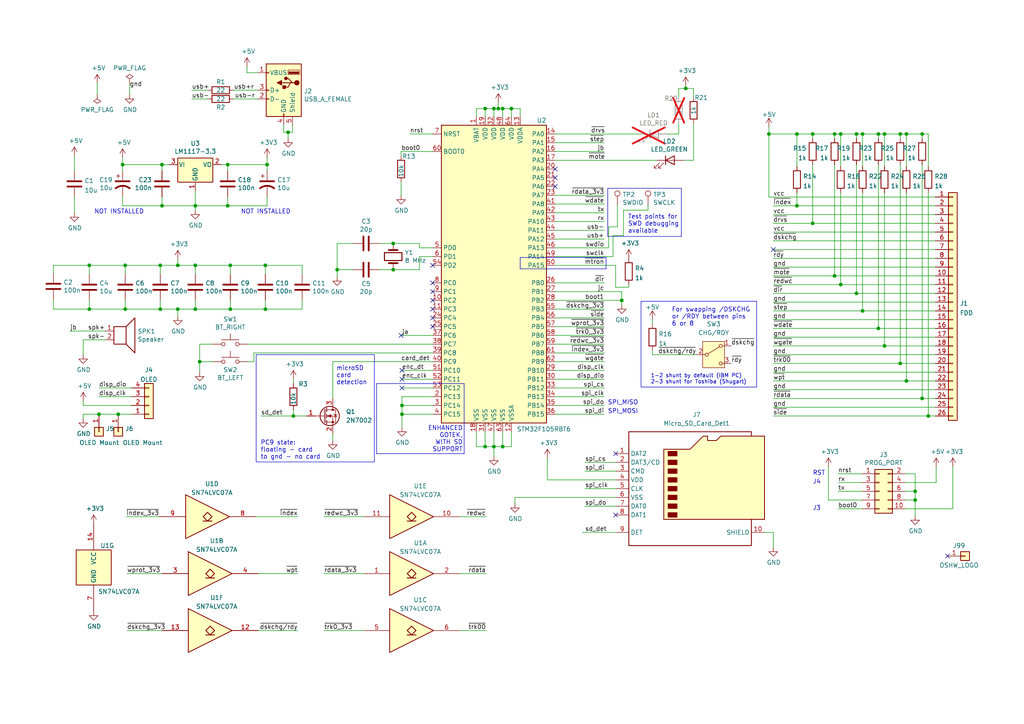
<source format=kicad_sch>
(kicad_sch (version 20231120) (generator "eeschema") (generator_version "8.0")
  (paper "A4")
  (title_block (title "OpenFlops") (date "2020-01-01") (rev "1") (company "SukkoPera") (comment 1 "Based on schematics by H.M") (comment 2 "Licensed under CERN OHL v.1.2"))
  (lib_symbols
    (symbol "Connector:Micro_SD_Card_Det1"
      (property "Reference" "J" (at -16.51 17.78 0))
      (property "Value" "Micro_SD_Card_Det1" (at 16.51 17.78 0))
      (symbol "Micro_SD_Card_Det1_1_1"
        (pin bidirectional line (at -22.86 10.16 0) (length 3.81) (name "DAT2") (number "1"))
        (pin passive line (at 20.32 -12.7 180) (length 3.81) (name "SHIELD") (number "10"))
        (pin bidirectional line (at -22.86 7.62 0) (length 3.81) (name "DAT3/CD") (number "2"))
        (pin input line (at -22.86 5.08 0) (length 3.81) (name "CMD") (number "3"))
        (pin power_in line (at -22.86 2.54 0) (length 3.81) (name "VDD") (number "4"))
        (pin input line (at -22.86 0 0) (length 3.81) (name "CLK") (number "5"))
        (pin power_in line (at -22.86 -2.54 0) (length 3.81) (name "VSS") (number "6"))
        (pin bidirectional line (at -22.86 -5.08 0) (length 3.81) (name "DAT0") (number "7"))
        (pin bidirectional line (at -22.86 -7.62 0) (length 3.81) (name "DAT1") (number "8"))
        (pin passive line (at -22.86 -12.7 0) (length 3.81) (name "DET") (number "9"))
      )
    )
    (symbol "Connector:TestPoint" (pin_numbers hide) (pin_names (offset 0.762) hide)
      (property "Reference" "TP" (at 0 6.858 0))
      (property "Value" "TestPoint" (at 0 5.08 0))
      (symbol "TestPoint_1_1"
        (pin passive line (at 0 0 90) (length 2.54) (name "1") (number "1"))
      )
    )
    (symbol "Connector:USB_A" (pin_names (offset 1.016))
      (property "Reference" "J" (at -5.08 11.43 0))
      (property "Value" "USB_A" (at -5.08 8.89 0))
      (symbol "USB_A_1_1"
        (pin power_in line (at 7.62 5.08 180) (length 2.54) (name "VBUS") (number "1"))
        (pin bidirectional line (at 7.62 -2.54 180) (length 2.54) (name "D-") (number "2"))
        (pin bidirectional line (at 7.62 0 180) (length 2.54) (name "D+") (number "3"))
        (pin power_in line (at 0 -10.16 90) (length 2.54) (name "GND") (number "4"))
        (pin passive line (at -2.54 -10.16 90) (length 2.54) (name "Shield") (number "5"))
      )
    )
    (symbol "Connector_Generic:Conn_01x01" (pin_names (offset 1.016) hide)
      (property "Reference" "J" (at 0 2.54 0))
      (property "Value" "Conn_01x01" (at 0 -2.54 0))
      (symbol "Conn_01x01_1_1"
        (pin passive line (at -5.08 0 0) (length 3.81) (name "Pin_1") (number "1"))
      )
    )
    (symbol "Connector_Generic:Conn_01x04" (pin_names (offset 1.016) hide)
      (property "Reference" "J" (at 0 5.08 0))
      (property "Value" "Conn_01x04" (at 0 -7.62 0))
      (symbol "Conn_01x04_1_1"
        (pin passive line (at -5.08 2.54 0) (length 3.81) (name "Pin_1") (number "1"))
        (pin passive line (at -5.08 0 0) (length 3.81) (name "Pin_2") (number "2"))
        (pin passive line (at -5.08 -2.54 0) (length 3.81) (name "Pin_3") (number "3"))
        (pin passive line (at -5.08 -5.08 0) (length 3.81) (name "Pin_4") (number "4"))
      )
    )
    (symbol "Connector_Generic:Conn_01x26" (pin_names (offset 1.016) hide)
      (property "Reference" "J" (at 0 33.02 0))
      (property "Value" "Conn_01x26" (at 0 -35.56 0))
      (symbol "Conn_01x26_1_1"
        (pin passive line (at -5.08 30.48 0) (length 3.81) (name "Pin_1") (number "1"))
        (pin passive line (at -5.08 7.62 0) (length 3.81) (name "Pin_10") (number "10"))
        (pin passive line (at -5.08 5.08 0) (length 3.81) (name "Pin_11") (number "11"))
        (pin passive line (at -5.08 2.54 0) (length 3.81) (name "Pin_12") (number "12"))
        (pin passive line (at -5.08 0 0) (length 3.81) (name "Pin_13") (number "13"))
        (pin passive line (at -5.08 -2.54 0) (length 3.81) (name "Pin_14") (number "14"))
        (pin passive line (at -5.08 -5.08 0) (length 3.81) (name "Pin_15") (number "15"))
        (pin passive line (at -5.08 -7.62 0) (length 3.81) (name "Pin_16") (number "16"))
        (pin passive line (at -5.08 -10.16 0) (length 3.81) (name "Pin_17") (number "17"))
        (pin passive line (at -5.08 -12.7 0) (length 3.81) (name "Pin_18") (number "18"))
        (pin passive line (at -5.08 -15.24 0) (length 3.81) (name "Pin_19") (number "19"))
        (pin passive line (at -5.08 27.94 0) (length 3.81) (name "Pin_2") (number "2"))
        (pin passive line (at -5.08 -17.78 0) (length 3.81) (name "Pin_20") (number "20"))
        (pin passive line (at -5.08 -20.32 0) (length 3.81) (name "Pin_21") (number "21"))
        (pin passive line (at -5.08 -22.86 0) (length 3.81) (name "Pin_22") (number "22"))
        (pin passive line (at -5.08 -25.4 0) (length 3.81) (name "Pin_23") (number "23"))
        (pin passive line (at -5.08 -27.94 0) (length 3.81) (name "Pin_24") (number "24"))
        (pin passive line (at -5.08 -30.48 0) (length 3.81) (name "Pin_25") (number "25"))
        (pin passive line (at -5.08 -33.02 0) (length 3.81) (name "Pin_26") (number "26"))
        (pin passive line (at -5.08 25.4 0) (length 3.81) (name "Pin_3") (number "3"))
        (pin passive line (at -5.08 22.86 0) (length 3.81) (name "Pin_4") (number "4"))
        (pin passive line (at -5.08 20.32 0) (length 3.81) (name "Pin_5") (number "5"))
        (pin passive line (at -5.08 17.78 0) (length 3.81) (name "Pin_6") (number "6"))
        (pin passive line (at -5.08 15.24 0) (length 3.81) (name "Pin_7") (number "7"))
        (pin passive line (at -5.08 12.7 0) (length 3.81) (name "Pin_8") (number "8"))
        (pin passive line (at -5.08 10.16 0) (length 3.81) (name "Pin_9") (number "9"))
      )
    )
    (symbol "Connector_Generic:Conn_02x05_Odd_Even" (pin_names (offset 1.016) hide)
      (property "Reference" "J" (at 1.27 7.62 0))
      (property "Value" "Conn_02x05_Odd_Even" (at 1.27 -7.62 0))
      (symbol "Conn_02x05_Odd_Even_1_1"
        (pin passive line (at -5.08 5.08 0) (length 3.81) (name "Pin_1") (number "1"))
        (pin passive line (at 7.62 -5.08 180) (length 3.81) (name "Pin_10") (number "10"))
        (pin passive line (at 7.62 5.08 180) (length 3.81) (name "Pin_2") (number "2"))
        (pin passive line (at -5.08 2.54 0) (length 3.81) (name "Pin_3") (number "3"))
        (pin passive line (at 7.62 2.54 180) (length 3.81) (name "Pin_4") (number "4"))
        (pin passive line (at -5.08 0 0) (length 3.81) (name "Pin_5") (number "5"))
        (pin passive line (at 7.62 0 180) (length 3.81) (name "Pin_6") (number "6"))
        (pin passive line (at -5.08 -2.54 0) (length 3.81) (name "Pin_7") (number "7"))
        (pin passive line (at 7.62 -2.54 180) (length 3.81) (name "Pin_8") (number "8"))
        (pin passive line (at -5.08 -5.08 0) (length 3.81) (name "Pin_9") (number "9"))
      )
    )
    (symbol "Device:C" (pin_numbers hide) (pin_names (offset 0.254))
      (property "Reference" "C" (at 0.635 2.54 0))
      (property "Value" "C" (at 0.635 -2.54 0))
      (symbol "C_1_1"
        (pin passive line (at 0 3.81 270) (length 2.794) (name "~") (number "1"))
        (pin passive line (at 0 -3.81 90) (length 2.794) (name "~") (number "2"))
      )
    )
    (symbol "Device:CP1" (pin_numbers hide) (pin_names (offset 0.254) hide)
      (property "Reference" "C" (at 0.635 2.54 0))
      (property "Value" "Device_CP1" (at 0.635 -2.54 0))
      (symbol "CP1_1_1"
        (pin passive line (at 0 3.81 270) (length 2.794) (name "~") (number "1"))
        (pin passive line (at 0 -3.81 90) (length 3.302) (name "~") (number "2"))
      )
    )
    (symbol "Device:Crystal" (pin_numbers hide) (pin_names (offset 1.016) hide)
      (property "Reference" "Y" (at 0 3.81 0))
      (property "Value" "Crystal" (at 0 -3.81 0))
      (symbol "Crystal_1_1"
        (pin passive line (at -3.81 0 0) (length 1.27) (name "1") (number "1"))
        (pin passive line (at 3.81 0 180) (length 1.27) (name "2") (number "2"))
      )
    )
    (symbol "Device:LED" (pin_numbers hide) (pin_names (offset 1.016) hide)
      (property "Reference" "D" (at 0 2.54 0))
      (property "Value" "LED" (at 0 -2.54 0))
      (symbol "LED_1_1"
        (pin passive line (at -3.81 0 0) (length 2.54) (name "K") (number "1"))
        (pin passive line (at 3.81 0 180) (length 2.54) (name "A") (number "2"))
      )
    )
    (symbol "Device:R" (pin_numbers hide) (pin_names (offset 0))
      (property "Reference" "R" (at 2.032 0 90))
      (property "Value" "R" (at 0 0 90))
      (symbol "R_1_1"
        (pin passive line (at 0 3.81 270) (length 1.27) (name "~") (number "1"))
        (pin passive line (at 0 -3.81 90) (length 1.27) (name "~") (number "2"))
      )
    )
    (symbol "Device:Speaker" (pin_names (offset 0) hide)
      (property "Reference" "LS" (at 1.27 5.715 0))
      (property "Value" "Speaker" (at 1.27 3.81 0))
      (symbol "Speaker_1_1"
        (pin input line (at -5.08 0 0) (length 2.54) (name "1") (number "1"))
        (pin input line (at -5.08 -2.54 0) (length 2.54) (name "2") (number "2"))
      )
    )
    (symbol "MCU_ST_STM32F1:STM32F105RBTx"
      (property "Reference" "U" (at -15.24 44.45 0))
      (property "Value" "STM32F105RBTx" (at 10.16 44.45 0))
      (symbol "STM32F105RBTx_1_1"
        (pin power_in line (at -5.08 45.72 270) (length 2.54) (name "VBAT") (number "1"))
        (pin bidirectional line (at -17.78 -7.62 0) (length 2.54) (name "PC2") (number "10"))
        (pin bidirectional line (at -17.78 -10.16 0) (length 2.54) (name "PC3") (number "11"))
        (pin power_in line (at 5.08 -45.72 90) (length 2.54) (name "VSSA") (number "12"))
        (pin power_in line (at 7.62 45.72 270) (length 2.54) (name "VDDA") (number "13"))
        (pin bidirectional line (at 17.78 40.64 180) (length 2.54) (name "PA0") (number "14"))
        (pin bidirectional line (at 17.78 38.1 180) (length 2.54) (name "PA1") (number "15"))
        (pin bidirectional line (at 17.78 35.56 180) (length 2.54) (name "PA2") (number "16"))
        (pin bidirectional line (at 17.78 33.02 180) (length 2.54) (name "PA3") (number "17"))
        (pin power_in line (at -5.08 -45.72 90) (length 2.54) (name "VSS") (number "18"))
        (pin power_in line (at -2.54 45.72 270) (length 2.54) (name "VDD") (number "19"))
        (pin bidirectional line (at -17.78 -35.56 0) (length 2.54) (name "PC13") (number "2"))
        (pin bidirectional line (at 17.78 30.48 180) (length 2.54) (name "PA4") (number "20"))
        (pin bidirectional line (at 17.78 27.94 180) (length 2.54) (name "PA5") (number "21"))
        (pin bidirectional line (at 17.78 25.4 180) (length 2.54) (name "PA6") (number "22"))
        (pin bidirectional line (at 17.78 22.86 180) (length 2.54) (name "PA7") (number "23"))
        (pin bidirectional line (at -17.78 -12.7 0) (length 2.54) (name "PC4") (number "24"))
        (pin bidirectional line (at -17.78 -15.24 0) (length 2.54) (name "PC5") (number "25"))
        (pin bidirectional line (at 17.78 -2.54 180) (length 2.54) (name "PB0") (number "26"))
        (pin bidirectional line (at 17.78 -5.08 180) (length 2.54) (name "PB1") (number "27"))
        (pin bidirectional line (at 17.78 -7.62 180) (length 2.54) (name "PB2") (number "28"))
        (pin bidirectional line (at 17.78 -27.94 180) (length 2.54) (name "PB10") (number "29"))
        (pin bidirectional line (at -17.78 -38.1 0) (length 2.54) (name "PC14") (number "3"))
        (pin bidirectional line (at 17.78 -30.48 180) (length 2.54) (name "PB11") (number "30"))
        (pin power_in line (at -2.54 -45.72 90) (length 2.54) (name "VSS") (number "31"))
        (pin power_in line (at 0 45.72 270) (length 2.54) (name "VDD") (number "32"))
        (pin bidirectional line (at 17.78 -33.02 180) (length 2.54) (name "PB12") (number "33"))
        (pin bidirectional line (at 17.78 -35.56 180) (length 2.54) (name "PB13") (number "34"))
        (pin bidirectional line (at 17.78 -38.1 180) (length 2.54) (name "PB14") (number "35"))
        (pin bidirectional line (at 17.78 -40.64 180) (length 2.54) (name "PB15") (number "36"))
        (pin bidirectional line (at -17.78 -17.78 0) (length 2.54) (name "PC6") (number "37"))
        (pin bidirectional line (at -17.78 -20.32 0) (length 2.54) (name "PC7") (number "38"))
        (pin bidirectional line (at -17.78 -22.86 0) (length 2.54) (name "PC8") (number "39"))
        (pin bidirectional line (at -17.78 -40.64 0) (length 2.54) (name "PC15") (number "4"))
        (pin bidirectional line (at -17.78 -25.4 0) (length 2.54) (name "PC9") (number "40"))
        (pin bidirectional line (at 17.78 20.32 180) (length 2.54) (name "PA8") (number "41"))
        (pin bidirectional line (at 17.78 17.78 180) (length 2.54) (name "PA9") (number "42"))
        (pin bidirectional line (at 17.78 15.24 180) (length 2.54) (name "PA10") (number "43"))
        (pin bidirectional line (at 17.78 12.7 180) (length 2.54) (name "PA11") (number "44"))
        (pin bidirectional line (at 17.78 10.16 180) (length 2.54) (name "PA12") (number "45"))
        (pin bidirectional line (at 17.78 7.62 180) (length 2.54) (name "PA13") (number "46"))
        (pin power_in line (at 0 -45.72 90) (length 2.54) (name "VSS") (number "47"))
        (pin power_in line (at 2.54 45.72 270) (length 2.54) (name "VDD") (number "48"))
        (pin bidirectional line (at 17.78 5.08 180) (length 2.54) (name "PA14") (number "49"))
        (pin input line (at -17.78 7.62 0) (length 2.54) (name "PD0") (number "5"))
        (pin bidirectional line (at 17.78 2.54 180) (length 2.54) (name "PA15") (number "50"))
        (pin bidirectional line (at -17.78 -27.94 0) (length 2.54) (name "PC10") (number "51"))
        (pin bidirectional line (at -17.78 -30.48 0) (length 2.54) (name "PC11") (number "52"))
        (pin bidirectional line (at -17.78 -33.02 0) (length 2.54) (name "PC12") (number "53"))
        (pin bidirectional line (at -17.78 2.54 0) (length 2.54) (name "PD2") (number "54"))
        (pin bidirectional line (at 17.78 -10.16 180) (length 2.54) (name "PB3") (number "55"))
        (pin bidirectional line (at 17.78 -12.7 180) (length 2.54) (name "PB4") (number "56"))
        (pin bidirectional line (at 17.78 -15.24 180) (length 2.54) (name "PB5") (number "57"))
        (pin bidirectional line (at 17.78 -17.78 180) (length 2.54) (name "PB6") (number "58"))
        (pin bidirectional line (at 17.78 -20.32 180) (length 2.54) (name "PB7") (number "59"))
        (pin input line (at -17.78 5.08 0) (length 2.54) (name "PD1") (number "6"))
        (pin input line (at -17.78 35.56 0) (length 2.54) (name "BOOT0") (number "60"))
        (pin bidirectional line (at 17.78 -22.86 180) (length 2.54) (name "PB8") (number "61"))
        (pin bidirectional line (at 17.78 -25.4 180) (length 2.54) (name "PB9") (number "62"))
        (pin power_in line (at 2.54 -45.72 90) (length 2.54) (name "VSS") (number "63"))
        (pin power_in line (at 5.08 45.72 270) (length 2.54) (name "VDD") (number "64"))
        (pin input line (at -17.78 40.64 0) (length 2.54) (name "NRST") (number "7"))
        (pin bidirectional line (at -17.78 -2.54 0) (length 2.54) (name "PC0") (number "8"))
        (pin bidirectional line (at -17.78 -5.08 0) (length 2.54) (name "PC1") (number "9"))
      )
    )
    (symbol "Regulator_Linear:LM1117-3.3" (pin_names (offset 0.254))
      (property "Reference" "U" (at -3.81 3.175 0))
      (property "Value" "LM1117-3.3" (at 0 3.175 0))
      (symbol "LM1117-3.3_1_1"
        (pin power_in line (at 0 -7.62 90) (length 2.54) (name "GND") (number "1"))
        (pin power_out line (at 7.62 0 180) (length 2.54) (name "VO") (number "2"))
        (pin power_in line (at -7.62 0 0) (length 2.54) (name "VI") (number "3"))
      )
    )
    (symbol "SN74LVC07A_1"
      (property "Reference" "U" (at -2.54 7.62 0))
      (property "Value" "SN74LVC07A" (at 1.27 -7.62 0))
      (symbol "SN74LVC07A_1_1_1"
        (pin input line (at -15.24 0 0) (length 7.62) (name "~") (number "1"))
        (pin open_collector line (at 12.7 0 180) (length 7.62) (name "~") (number "2"))
      )
      (symbol "SN74LVC07A_1_2_1"
        (pin input line (at -15.24 0 0) (length 7.62) (name "~") (number "3"))
        (pin open_collector line (at 12.7 0 180) (length 7.62) (name "~") (number "4"))
      )
      (symbol "SN74LVC07A_1_3_1"
        (pin input line (at -15.24 0 0) (length 7.62) (name "~") (number "5"))
        (pin open_collector line (at 12.7 0 180) (length 7.62) (name "~") (number "6"))
      )
      (symbol "SN74LVC07A_1_4_0"
        (pin input line (at -13.97 0 0) (length 7.62) (name "~") (number "9"))
      )
      (symbol "SN74LVC07A_1_4_1"
        (pin open_collector line (at 13.97 0 180) (length 7.62) (name "~") (number "8"))
      )
      (symbol "SN74LVC07A_1_5_0"
        (pin open_collector line (at 12.7 0 180) (length 7.62) (name "~") (number "10"))
        (pin input line (at 2.54 10.16 0) (length 7.62) (name "~") (number "11"))
      )
      (symbol "SN74LVC07A_1_6_0"
        (pin open_collector line (at 12.7 0 180) (length 2.54) (name "~") (number "12"))
        (pin input line (at 12.7 10.16 0) (length 2.54) (name "~") (number "13"))
      )
      (symbol "SN74LVC07A_1_7_0"
        (pin power_in line (at 0 12.7 270) (length 7.62) (name "VCC") (number "14"))
      )
      (symbol "SN74LVC07A_1_7_1"
        (pin power_in line (at 0 -12.7 90) (length 7.62) (name "GND") (number "7"))
      )
    )
    (symbol "Silvestron Components:SN74LVC07A"
      (property "Reference" "U" (at -3.81 7.62 0))
      (property "Value" "SN74LVC07A" (at 0 -7.62 0))
      (symbol "SN74LVC07A_1_1"
        (pin input line (at -15.24 0 0) (length 7.62) (name "~") (number "1"))
        (pin open_collector line (at 12.7 0 180) (length 7.62) (name "~") (number "2"))
      )
      (symbol "SN74LVC07A_2_1"
        (pin input line (at -15.24 0 0) (length 7.62) (name "~") (number "3"))
        (pin open_collector line (at 12.7 0 180) (length 7.62) (name "~") (number "4"))
      )
      (symbol "SN74LVC07A_3_1"
        (pin input line (at -15.24 0 0) (length 7.62) (name "~") (number "5"))
        (pin open_collector line (at 12.7 0 180) (length 7.62) (name "~") (number "6"))
      )
      (symbol "SN74LVC07A_4_0"
        (pin input line (at -15.24 0 0) (length 7.62) (name "~") (number "9"))
      )
      (symbol "SN74LVC07A_4_1"
        (pin open_collector line (at 12.7 0 180) (length 7.62) (name "~") (number "8"))
      )
      (symbol "SN74LVC07A_5_0"
        (pin open_collector line (at 12.7 0 180) (length 7.62) (name "~") (number "10"))
        (pin input line (at -15.24 0 0) (length 7.62) (name "~") (number "11"))
      )
      (symbol "SN74LVC07A_6_0"
        (pin open_collector line (at 12.7 0 180) (length 7.62) (name "~") (number "12"))
        (pin input line (at -15.24 0 0) (length 7.62) (name "~") (number "13"))
      )
      (symbol "SN74LVC07A_7_0"
        (pin power_in line (at 0 10.16 270) (length 7.62) (name "VCC") (number "14"))
      )
      (symbol "SN74LVC07A_7_1"
        (pin power_in line (at 0 -10.16 90) (length 7.62) (name "GND") (number "7"))
      )
    )
    (symbol "Switch:SW_Push" (pin_numbers hide) (pin_names (offset 1.016) hide)
      (property "Reference" "SW" (at 1.27 2.54 0))
      (property "Value" "SW_Push" (at 0 -1.524 0))
      (symbol "SW_Push_0_1"
        (pin passive line (at -5.08 0 0) (length 2.54) (name "1") (number "1"))
        (pin passive line (at 5.08 0 180) (length 2.54) (name "2") (number "2"))
      )
    )
    (symbol "Switch:SW_SPDT" (pin_names (offset 0) hide)
      (property "Reference" "SW" (at 0 5.08 0))
      (property "Value" "SW_SPDT" (at 0 -5.08 0))
      (symbol "SW_SPDT_1_1"
        (pin passive line (at 5.08 2.54 180) (length 2.54) (name "A") (number "1"))
        (pin passive line (at -5.08 0 0) (length 2.54) (name "B") (number "2"))
        (pin passive line (at 5.08 -2.54 180) (length 2.54) (name "C") (number "3"))
      )
    )
    (symbol "Transistor_FET:2N7002" (pin_names hide)
      (property "Reference" "Q" (at 5.08 1.905 0))
      (property "Value" "2N7002" (at 5.08 0 0))
      (symbol "2N7002_1_1"
        (pin input line (at -5.08 0 0) (length 2.54) (name "G") (number "1"))
        (pin passive line (at 2.54 -5.08 90) (length 2.54) (name "S") (number "2"))
        (pin passive line (at 2.54 5.08 270) (length 2.54) (name "D") (number "3"))
      )
    )
    (symbol "power:+3.3V" (power) (pin_names (offset 0))
      (property "Value" "+3.3V" (at 0 3.556 0))
      (symbol "+3.3V_1_1"
        (pin power_in line (at 0 0 90) (length 0) hide (name "+3V3") (number "1"))
      )
    )
    (symbol "power:+5V" (power) (pin_names (offset 0))
      (property "Value" "+5V" (at 0 3.556 0))
      (symbol "+5V_1_1"
        (pin power_in line (at 0 0 90) (length 0) hide (name "+5V") (number "1"))
      )
    )
    (symbol "power:GND" (power) (pin_names (offset 0))
      (property "Value" "GND" (at 0 -3.81 0))
      (symbol "GND_1_1"
        (pin power_in line (at 0 0 270) (length 0) hide (name "GND") (number "1"))
      )
    )
    (symbol "power:PWR_FLAG" (power) (pin_numbers hide) (pin_names (offset 0) hide)
      (property "Value" "PWR_FLAG" (at 0 3.81 0))
      (symbol "PWR_FLAG_0_0"
        (pin power_out line (at 0 0 90) (length 0) (name "pwr") (number "1"))
      )
    )
  )
  (junction (at 143.256 129.54))
  (junction (at 248.412 38.862))
  (junction (at 36.322 89.662))
  (junction (at 180.34 87.122))
  (junction (at 66.04 59.69))
  (junction (at 51.562 89.662))
  (junction (at 250.19 38.862))
  (junction (at 46.482 76.962))
  (junction (at 242.062 80.01))
  (junction (at 66.802 89.662))
  (junction (at 83.566 38.354))
  (junction (at 46.482 89.662))
  (junction (at 51.562 76.962))
  (junction (at 269.24 120.65))
  (junction (at 243.84 38.862))
  (junction (at 56.642 89.662))
  (junction (at 140.716 31.496))
  (junction (at 97.79 78.232))
  (junction (at 114.046 70.612))
  (junction (at 242.062 38.862))
  (junction (at 235.712 64.77))
  (junction (at 198.882 25.654))
  (junction (at 256.54 38.862))
  (junction (at 77.47 47.752))
  (junction (at 145.796 31.496))
  (junction (at 46.99 47.752))
  (junction (at 231.14 59.69))
  (junction (at 261.112 105.41))
  (junction (at 267.462 115.57))
  (junction (at 56.642 76.962))
  (junction (at 144.526 31.496))
  (junction (at 248.412 85.09))
  (junction (at 231.14 38.862))
  (junction (at 28.702 120.142))
  (junction (at 36.322 76.962))
  (junction (at 66.04 47.752))
  (junction (at 261.112 38.862))
  (junction (at 262.89 110.49))
  (junction (at 143.256 31.496))
  (junction (at 250.19 90.17))
  (junction (at 265.43 142.494))
  (junction (at 85.09 120.65))
  (junction (at 254.762 38.862))
  (junction (at 254.762 95.25))
  (junction (at 25.908 76.962))
  (junction (at 148.336 31.496))
  (junction (at 66.802 76.962))
  (junction (at 116.586 117.602))
  (junction (at 262.89 38.862))
  (junction (at 76.962 76.962))
  (junction (at 243.84 82.55))
  (junction (at 76.962 89.662))
  (junction (at 57.912 104.902))
  (junction (at 114.046 78.232))
  (junction (at 35.56 47.752))
  (junction (at 235.712 38.862))
  (junction (at 56.642 59.69))
  (junction (at 34.29 120.142))
  (junction (at 265.43 145.034))
  (junction (at 116.586 120.142))
  (junction (at 267.462 38.862))
  (junction (at 223.012 38.862))
  (junction (at 140.716 129.54))
  (junction (at 25.908 89.662))
  (junction (at 145.796 129.54))
  (junction (at 256.54 100.33))
  (junction (at 46.99 59.69))
  (no_connect (at 161.036 54.102))
  (no_connect (at 116.586 107.442))
  (no_connect (at 116.586 109.982))
  (no_connect (at 316.865 79.375))
  (no_connect (at 178.562 131.572))
  (no_connect (at 125.476 94.742))
  (no_connect (at 116.332 97.282))
  (no_connect (at 274.828 161.29))
  (no_connect (at 224.282 72.39))
  (no_connect (at 125.476 82.042))
  (no_connect (at 125.476 84.582))
  (no_connect (at 161.036 49.022))
  (no_connect (at 125.476 92.202))
  (no_connect (at 125.476 89.662))
  (no_connect (at 125.476 76.962))
  (no_connect (at 125.476 87.122))
  (no_connect (at 178.562 149.352))
  (no_connect (at 116.586 112.522))
  (no_connect (at 161.036 51.562))
  (wire (pts (xy 271.526 139.954) (xy 271.526 135.382)))
  (wire (pts (xy 102.362 70.612) (xy 97.79 70.612)))
  (wire (pts (xy 143.256 31.496) (xy 144.526 31.496)))
  (wire (pts (xy 161.036 69.342) (xy 175.26 69.342)))
  (wire (pts (xy 133.35 149.86) (xy 140.97 149.86)))
  (wire (pts (xy 267.462 115.57) (xy 271.272 115.57)))
  (wire (pts (xy 71.628 19.304) (xy 71.628 21.082)))
  (wire (pts (xy 51.562 89.662) (xy 56.642 89.662)))
  (wire (pts (xy 248.412 85.09) (xy 271.272 85.09)))
  (wire (pts (xy 82.296 36.322) (xy 82.296 38.354)))
  (wire (pts (xy 248.412 38.862) (xy 243.84 38.862)))
  (wire (pts (xy 150.876 31.496) (xy 150.876 33.782)))
  (wire (pts (xy 224.282 87.63) (xy 271.272 87.63)))
  (wire (pts (xy 24.13 117.602) (xy 38.1 117.602)))
  (wire (pts (xy 176.53 65.786) (xy 179.07 65.786)))
  (polyline (pts (xy 150.876 77.978) (xy 150.876 74.676)))
  (wire (pts (xy 83.566 38.354) (xy 83.566 40.132)))
  (wire (pts (xy 143.256 125.222) (xy 143.256 129.54)))
  (wire (pts (xy 249.936 139.954) (xy 243.078 139.954)))
  (polyline (pts (xy 176.276 54.61) (xy 197.612 54.61)))
  (wire (pts (xy 224.282 69.85) (xy 271.272 69.85)))
  (wire (pts (xy 169.672 136.652) (xy 178.562 136.652)))
  (wire (pts (xy 224.282 77.47) (xy 271.272 77.47)))
  (wire (pts (xy 46.99 49.53) (xy 46.99 47.752)))
  (wire (pts (xy 96.52 104.902) (xy 125.476 104.902)))
  (wire (pts (xy 36.83 166.37) (xy 46.99 166.37)))
  (wire (pts (xy 224.282 92.71) (xy 271.272 92.71)))
  (wire (pts (xy 180.34 84.582) (xy 180.34 87.122)))
  (wire (pts (xy 161.036 94.742) (xy 175.26 94.742)))
  (wire (pts (xy 242.062 80.01) (xy 271.272 80.01)))
  (wire (pts (xy 24.13 98.552) (xy 24.13 102.87)))
  (wire (pts (xy 34.29 120.142) (xy 28.702 120.142)))
  (wire (pts (xy 224.282 115.57) (xy 267.462 115.57)))
  (wire (pts (xy 93.98 182.88) (xy 105.41 182.88)))
  (wire (pts (xy 235.712 38.862) (xy 242.062 38.862)))
  (wire (pts (xy 71.882 99.822) (xy 125.476 99.822)))
  (wire (pts (xy 97.79 70.612) (xy 97.79 78.232)))
  (wire (pts (xy 242.062 47.752) (xy 242.062 80.01)))
  (wire (pts (xy 93.98 149.86) (xy 105.41 149.86)))
  (wire (pts (xy 177.8 68.326) (xy 177.8 74.422)))
  (wire (pts (xy 46.99 57.15) (xy 46.99 59.69)))
  (wire (pts (xy 125.476 109.982) (xy 116.586 109.982)))
  (wire (pts (xy 15.494 89.662) (xy 25.908 89.662)))
  (polyline (pts (xy 109.22 131.572) (xy 109.22 111.252)))
  (wire (pts (xy 87.63 76.962) (xy 87.63 79.502)))
  (wire (pts (xy 84.836 38.354) (xy 84.836 36.322)))
  (wire (pts (xy 180.34 87.122) (xy 180.34 88.392)))
  (wire (pts (xy 265.43 142.494) (xy 265.43 145.034)))
  (wire (pts (xy 177.8 68.326) (xy 180.848 68.326)))
  (wire (pts (xy 161.036 87.122) (xy 180.34 87.122)))
  (wire (pts (xy 57.912 104.902) (xy 57.912 107.95)))
  (wire (pts (xy 125.476 97.282) (xy 116.586 97.282)))
  (wire (pts (xy 224.282 110.49) (xy 262.89 110.49)))
  (wire (pts (xy 231.14 55.88) (xy 231.14 59.69)))
  (wire (pts (xy 182.372 83.312) (xy 182.372 82.55)))
  (wire (pts (xy 176.53 71.882) (xy 161.036 71.882)))
  (wire (pts (xy 116.586 117.602) (xy 116.586 120.142)))
  (wire (pts (xy 235.712 38.862) (xy 231.14 38.862)))
  (wire (pts (xy 178.562 139.192) (xy 158.75 139.192)))
  (wire (pts (xy 231.14 38.862) (xy 223.012 38.862)))
  (wire (pts (xy 269.24 38.862) (xy 269.24 48.26)))
  (wire (pts (xy 57.912 99.822) (xy 57.912 104.902)))
  (wire (pts (xy 224.282 102.87) (xy 271.272 102.87)))
  (wire (pts (xy 140.716 125.222) (xy 140.716 129.54)))
  (wire (pts (xy 66.802 76.962) (xy 56.642 76.962)))
  (wire (pts (xy 96.52 115.57) (xy 96.52 104.902)))
  (wire (pts (xy 73.66 104.902) (xy 73.66 102.362)))
  (wire (pts (xy 178.562 76.962) (xy 161.036 76.962)))
  (wire (pts (xy 198.882 24.892) (xy 198.882 25.654)))
  (wire (pts (xy 224.282 105.41) (xy 261.112 105.41)))
  (wire (pts (xy 71.882 104.902) (xy 73.66 104.902)))
  (wire (pts (xy 36.83 182.88) (xy 46.99 182.88)))
  (wire (pts (xy 254.762 38.862) (xy 254.762 40.132)))
  (wire (pts (xy 187.96 60.96) (xy 180.848 60.96)))
  (wire (pts (xy 118.872 38.862) (xy 125.476 38.862)))
  (wire (pts (xy 76.962 89.662) (xy 87.63 89.662)))
  (wire (pts (xy 35.56 47.752) (xy 35.56 49.53)))
  (wire (pts (xy 125.476 74.422) (xy 121.666 74.422)))
  (wire (pts (xy 121.666 78.232) (xy 114.046 78.232)))
  (wire (pts (xy 125.476 115.062) (xy 116.586 115.062)))
  (wire (pts (xy 261.112 38.862) (xy 261.112 40.132)))
  (wire (pts (xy 161.036 109.982) (xy 175.26 109.982)))
  (wire (pts (xy 201.93 102.87) (xy 189.23 102.87)))
  (wire (pts (xy 56.642 87.122) (xy 56.642 89.662)))
  (wire (pts (xy 46.228 149.86) (xy 36.576 149.86)))
  (wire (pts (xy 158.75 132.842) (xy 158.75 139.192)))
  (wire (pts (xy 276.352 147.574) (xy 262.636 147.574)))
  (wire (pts (xy 240.284 135.382) (xy 240.284 145.034)))
  (wire (pts (xy 138.176 129.54) (xy 138.176 125.222)))
  (wire (pts (xy 51.562 76.962) (xy 56.642 76.962)))
  (wire (pts (xy 235.712 38.862) (xy 235.712 40.132)))
  (wire (pts (xy 178.562 76.962) (xy 178.562 83.312)))
  (wire (pts (xy 249.936 142.494) (xy 243.078 142.494)))
  (wire (pts (xy 66.04 57.15) (xy 66.04 59.69)))
  (wire (pts (xy 169.672 141.732) (xy 178.562 141.732)))
  (wire (pts (xy 66.802 89.662) (xy 56.642 89.662)))
  (wire (pts (xy 28.194 27.432) (xy 28.194 24.13)))
  (wire (pts (xy 224.282 74.93) (xy 271.272 74.93)))
  (wire (pts (xy 25.908 76.962) (xy 25.908 79.502)))
  (wire (pts (xy 243.84 55.88) (xy 243.84 82.55)))
  (wire (pts (xy 77.47 47.752) (xy 77.47 49.53)))
  (wire (pts (xy 168.91 154.432) (xy 178.562 154.432)))
  (wire (pts (xy 179.07 65.786) (xy 179.07 59.436)))
  (wire (pts (xy 21.59 45.212) (xy 21.59 49.53)))
  (wire (pts (xy 176.53 65.786) (xy 176.53 71.882)))
  (wire (pts (xy 261.112 47.752) (xy 261.112 105.41)))
  (wire (pts (xy 224.282 85.09) (xy 248.412 85.09)))
  (wire (pts (xy 15.494 79.248) (xy 15.494 76.962)))
  (wire (pts (xy 267.462 38.862) (xy 269.24 38.862)))
  (wire (pts (xy 161.036 61.722) (xy 175.26 61.722)))
  (wire (pts (xy 262.636 142.494) (xy 265.43 142.494)))
  (wire (pts (xy 20.32 96.012) (xy 30.48 96.012)))
  (wire (pts (xy 56.642 76.962) (xy 56.642 79.502)))
  (wire (pts (xy 97.79 78.232) (xy 97.79 80.264)))
  (polyline (pts (xy 175.768 77.978) (xy 150.876 77.978)))
  (wire (pts (xy 224.282 154.432) (xy 224.282 158.75)))
  (wire (pts (xy 240.284 145.034) (xy 249.936 145.034)))
  (wire (pts (xy 56.642 55.372) (xy 56.642 59.69)))
  (wire (pts (xy 56.642 59.69) (xy 66.04 59.69)))
  (wire (pts (xy 262.636 137.414) (xy 265.43 137.414)))
  (wire (pts (xy 133.35 182.88) (xy 140.97 182.88)))
  (wire (pts (xy 76.962 76.962) (xy 66.802 76.962)))
  (wire (pts (xy 242.062 38.862) (xy 242.062 40.132)))
  (wire (pts (xy 149.352 144.272) (xy 149.352 146.05)))
  (wire (pts (xy 28.702 112.522) (xy 38.1 112.522)))
  (polyline (pts (xy 134.62 111.252) (xy 134.62 131.572)))
  (wire (pts (xy 125.476 107.442) (xy 116.586 107.442)))
  (wire (pts (xy 161.036 102.362) (xy 175.26 102.362)))
  (wire (pts (xy 25.908 87.122) (xy 25.908 89.662)))
  (wire (pts (xy 224.282 80.01) (xy 242.062 80.01)))
  (wire (pts (xy 61.722 104.902) (xy 57.912 104.902)))
  (wire (pts (xy 46.99 59.69) (xy 56.642 59.69)))
  (wire (pts (xy 28.702 115.062) (xy 38.1 115.062)))
  (wire (pts (xy 25.908 89.662) (xy 36.322 89.662)))
  (wire (pts (xy 250.19 38.862) (xy 250.19 48.26)))
  (wire (pts (xy 223.012 38.862) (xy 223.012 57.15)))
  (wire (pts (xy 46.482 87.122) (xy 46.482 89.662)))
  (wire (pts (xy 161.036 66.802) (xy 175.26 66.802)))
  (wire (pts (xy 87.63 89.662) (xy 87.63 87.122)))
  (wire (pts (xy 96.52 125.73) (xy 96.52 127.762)))
  (wire (pts (xy 38.1 120.142) (xy 34.29 120.142)))
  (wire (pts (xy 161.036 84.582) (xy 180.34 84.582)))
  (wire (pts (xy 145.796 33.782) (xy 145.796 31.496)))
  (wire (pts (xy 116.586 120.142) (xy 116.586 123.952)))
  (wire (pts (xy 161.036 117.602) (xy 175.26 117.602)))
  (wire (pts (xy 169.672 134.112) (xy 178.562 134.112)))
  (wire (pts (xy 256.54 38.862) (xy 254.762 38.862)))
  (wire (pts (xy 161.036 112.522) (xy 175.26 112.522)))
  (wire (pts (xy 109.982 70.612) (xy 114.046 70.612)))
  (wire (pts (xy 66.802 87.122) (xy 66.802 89.662)))
  (polyline (pts (xy 176.276 68.58) (xy 197.612 68.58)))
  (wire (pts (xy 71.628 21.082) (xy 74.676 21.082)))
  (wire (pts (xy 28.702 120.142) (xy 24.13 120.142)))
  (wire (pts (xy 262.636 139.954) (xy 271.526 139.954)))
  (wire (pts (xy 74.168 149.86) (xy 86.36 149.86)))
  (wire (pts (xy 161.036 107.442) (xy 175.26 107.442)))
  (polyline (pts (xy 175.768 74.676) (xy 150.876 74.676)))
  (wire (pts (xy 178.562 144.272) (xy 149.352 144.272)))
  (wire (pts (xy 256.54 100.33) (xy 271.272 100.33)))
  (wire (pts (xy 187.96 59.436) (xy 187.96 60.96)))
  (wire (pts (xy 66.04 47.752) (xy 77.47 47.752)))
  (wire (pts (xy 198.12 46.482) (xy 201.168 46.482)))
  (wire (pts (xy 180.848 60.96) (xy 180.848 68.326)))
  (wire (pts (xy 201.168 35.814) (xy 201.168 46.482)))
  (wire (pts (xy 143.256 33.782) (xy 143.256 31.496)))
  (wire (pts (xy 161.036 59.182) (xy 175.26 59.182)))
  (wire (pts (xy 82.296 38.354) (xy 83.566 38.354)))
  (wire (pts (xy 46.99 47.752) (xy 49.022 47.752)))
  (wire (pts (xy 196.85 25.654) (xy 198.882 25.654)))
  (wire (pts (xy 254.762 95.25) (xy 271.272 95.25)))
  (wire (pts (xy 224.282 64.77) (xy 235.712 64.77)))
  (wire (pts (xy 143.256 129.54) (xy 145.796 129.54)))
  (wire (pts (xy 125.476 43.942) (xy 116.332 43.942)))
  (wire (pts (xy 224.282 72.39) (xy 271.272 72.39)))
  (wire (pts (xy 250.19 90.17) (xy 271.272 90.17)))
  (wire (pts (xy 30.48 98.552) (xy 24.13 98.552)))
  (wire (pts (xy 265.43 137.414) (xy 265.43 142.494)))
  (wire (pts (xy 114.046 78.232) (xy 109.982 78.232)))
  (wire (pts (xy 148.336 129.54) (xy 145.796 129.54)))
  (wire (pts (xy 198.882 25.654) (xy 201.168 25.654)))
  (wire (pts (xy 140.716 129.54) (xy 143.256 129.54)))
  (wire (pts (xy 121.666 71.882) (xy 125.476 71.882)))
  (wire (pts (xy 21.59 57.15) (xy 21.59 61.722)))
  (wire (pts (xy 161.036 38.862) (xy 185.928 38.862)))
  (wire (pts (xy 161.036 46.482) (xy 190.5 46.482)))
  (wire (pts (xy 66.04 59.69) (xy 77.47 59.69)))
  (wire (pts (xy 76.962 76.962) (xy 87.63 76.962)))
  (wire (pts (xy 46.482 89.662) (xy 51.562 89.662)))
  (wire (pts (xy 169.672 146.812) (xy 178.562 146.812)))
  (wire (pts (xy 243.84 82.55) (xy 271.272 82.55)))
  (wire (pts (xy 15.494 76.962) (xy 25.908 76.962)))
  (wire (pts (xy 161.036 120.142) (xy 175.26 120.142)))
  (wire (pts (xy 83.566 38.354) (xy 84.836 38.354)))
  (wire (pts (xy 36.322 87.122) (xy 36.322 89.662)))
  (wire (pts (xy 140.716 129.54) (xy 138.176 129.54)))
  (wire (pts (xy 76.962 87.122) (xy 76.962 89.662)))
  (wire (pts (xy 24.13 116.332) (xy 24.13 117.602)))
  (wire (pts (xy 138.176 33.782) (xy 138.176 31.496)))
  (polyline (pts (xy 109.22 111.252) (xy 134.62 111.252)))
  (wire (pts (xy 66.04 49.53) (xy 66.04 47.752)))
  (wire (pts (xy 224.282 82.55) (xy 243.84 82.55)))
  (wire (pts (xy 51.562 75.184) (xy 51.562 76.962)))
  (wire (pts (xy 116.586 120.142) (xy 125.476 120.142)))
  (wire (pts (xy 51.562 89.662) (xy 51.562 91.694)))
  (wire (pts (xy 178.562 83.312) (xy 182.372 83.312)))
  (wire (pts (xy 196.85 25.654) (xy 196.85 28.194)))
  (wire (pts (xy 15.494 86.868) (xy 15.494 89.662)))
  (wire (pts (xy 262.636 145.034) (xy 265.43 145.034)))
  (wire (pts (xy 25.908 76.962) (xy 36.322 76.962)))
  (wire (pts (xy 116.332 52.832) (xy 116.332 56.642)))
  (wire (pts (xy 75.692 120.65) (xy 85.09 120.65)))
  (wire (pts (xy 235.712 47.752) (xy 235.712 64.77)))
  (wire (pts (xy 85.09 120.65) (xy 88.9 120.65)))
  (wire (pts (xy 116.586 115.062) (xy 116.586 117.602)))
  (wire (pts (xy 35.56 47.752) (xy 46.99 47.752)))
  (wire (pts (xy 73.66 102.362) (xy 125.476 102.362)))
  (wire (pts (xy 276.352 135.382) (xy 276.352 147.574)))
  (wire (pts (xy 269.24 120.65) (xy 271.272 120.65)))
  (wire (pts (xy 224.282 59.69) (xy 231.14 59.69)))
  (wire (pts (xy 161.036 92.202) (xy 175.26 92.202)))
  (wire (pts (xy 121.666 70.612) (xy 121.666 71.882)))
  (wire (pts (xy 254.762 38.862) (xy 250.19 38.862)))
  (wire (pts (xy 116.586 112.522) (xy 125.476 112.522)))
  (wire (pts (xy 201.168 25.654) (xy 201.168 28.194)))
  (wire (pts (xy 143.256 129.54) (xy 143.256 132.334)))
  (wire (pts (xy 36.322 76.962) (xy 36.322 79.502)))
  (wire (pts (xy 224.282 107.95) (xy 271.272 107.95)))
  (wire (pts (xy 121.666 74.422) (xy 121.666 78.232)))
  (wire (pts (xy 161.036 104.902) (xy 175.26 104.902)))
  (wire (pts (xy 67.818 26.162) (xy 74.676 26.162)))
  (wire (pts (xy 265.43 145.034) (xy 265.43 149.606)))
  (wire (pts (xy 256.54 38.862) (xy 256.54 48.26)))
  (wire (pts (xy 77.47 57.15) (xy 77.47 59.69)))
  (wire (pts (xy 46.482 76.962) (xy 46.482 79.502)))
  (wire (pts (xy 102.362 78.232) (xy 97.79 78.232)))
  (wire (pts (xy 161.036 97.282) (xy 175.26 97.282)))
  (wire (pts (xy 256.54 55.88) (xy 256.54 100.33)))
  (wire (pts (xy 35.56 45.72) (xy 35.56 47.752)))
  (wire (pts (xy 196.85 35.814) (xy 196.85 38.862)))
  (wire (pts (xy 261.112 105.41) (xy 271.272 105.41)))
  (wire (pts (xy 224.282 67.31) (xy 271.272 67.31)))
  (wire (pts (xy 224.282 95.25) (xy 254.762 95.25)))
  (wire (pts (xy 35.56 57.15) (xy 35.56 59.69)))
  (wire (pts (xy 60.198 26.162) (xy 55.626 26.162)))
  (wire (pts (xy 76.962 89.662) (xy 66.802 89.662)))
  (wire (pts (xy 177.8 74.422) (xy 161.036 74.422)))
  (wire (pts (xy 35.56 59.69) (xy 46.99 59.69)))
  (wire (pts (xy 77.47 45.72) (xy 77.47 47.752)))
  (wire (pts (xy 193.548 38.862) (xy 196.85 38.862)))
  (wire (pts (xy 125.476 117.602) (xy 116.586 117.602)))
  (wire (pts (xy 161.036 64.262) (xy 175.26 64.262)))
  (wire (pts (xy 250.19 38.862) (xy 248.412 38.862)))
  (wire (pts (xy 85.09 118.872) (xy 85.09 120.65)))
  (wire (pts (xy 36.322 76.962) (xy 46.482 76.962)))
  (wire (pts (xy 67.818 28.702) (xy 74.676 28.702)))
  (polyline (pts (xy 176.276 68.58) (xy 176.276 54.61)))
  (wire (pts (xy 161.036 82.042) (xy 175.26 82.042)))
  (wire (pts (xy 221.742 154.432) (xy 224.282 154.432)))
  (wire (pts (xy 223.012 57.15) (xy 271.272 57.15)))
  (wire (pts (xy 140.716 31.496) (xy 143.256 31.496)))
  (wire (pts (xy 85.09 109.982) (xy 85.09 111.252)))
  (wire (pts (xy 224.282 97.79) (xy 271.272 97.79)))
  (wire (pts (xy 61.722 99.822) (xy 57.912 99.822)))
  (wire (pts (xy 248.412 47.752) (xy 248.412 85.09)))
  (wire (pts (xy 224.282 118.11) (xy 271.272 118.11)))
  (wire (pts (xy 148.336 33.782) (xy 148.336 31.496)))
  (wire (pts (xy 76.962 79.502) (xy 76.962 76.962)))
  (wire (pts (xy 223.012 36.83) (xy 223.012 38.862)))
  (wire (pts (xy 248.412 38.862) (xy 248.412 40.132)))
  (wire (pts (xy 46.482 76.962) (xy 51.562 76.962)))
  (wire (pts (xy 267.462 38.862) (xy 262.89 38.862)))
  (wire (pts (xy 224.282 62.23) (xy 271.272 62.23)))
  (wire (pts (xy 267.462 40.132) (xy 267.462 38.862)))
  (wire (pts (xy 161.036 56.642) (xy 175.26 56.642)))
  (wire (pts (xy 224.282 100.33) (xy 256.54 100.33)))
  (wire (pts (xy 231.14 59.69) (xy 271.272 59.69)))
  (wire (pts (xy 261.112 38.862) (xy 256.54 38.862)))
  (wire (pts (xy 56.642 59.69) (xy 56.642 60.96)))
  (wire (pts (xy 262.89 38.862) (xy 261.112 38.862)))
  (wire (pts (xy 250.19 55.88) (xy 250.19 90.17)))
  (wire (pts (xy 243.84 38.862) (xy 242.062 38.862)))
  (wire (pts (xy 145.796 31.496) (xy 148.336 31.496)))
  (wire (pts (xy 235.712 64.77) (xy 271.272 64.77)))
  (polyline (pts (xy 175.768 74.676) (xy 175.768 77.978)))
  (wire (pts (xy 189.23 93.98) (xy 189.23 92.71)))
  (wire (pts (xy 254.762 47.752) (xy 254.762 95.25)))
  (wire (pts (xy 74.93 182.88) (xy 86.36 182.88)))
  (wire (pts (xy 37.592 24.13) (xy 37.592 27.432)))
  (wire (pts (xy 249.936 137.414) (xy 243.078 137.414)))
  (wire (pts (xy 262.89 38.862) (xy 262.89 48.26)))
  (wire (pts (xy 138.176 31.496) (xy 140.716 31.496)))
  (wire (pts (xy 36.322 89.662) (xy 46.482 89.662)))
  (wire (pts (xy 114.046 70.612) (xy 121.666 70.612)))
  (wire (pts (xy 140.97 166.37) (xy 133.35 166.37)))
  (wire (pts (xy 189.23 102.87) (xy 189.23 101.6)))
  (wire (pts (xy 116.332 43.942) (xy 116.332 45.212)))
  (wire (pts (xy 161.036 89.662) (xy 175.26 89.662)))
  (wire (pts (xy 224.282 90.17) (xy 250.19 90.17)))
  (wire (pts (xy 262.89 55.88) (xy 262.89 110.49)))
  (wire (pts (xy 161.036 115.062) (xy 175.26 115.062)))
  (wire (pts (xy 231.14 38.862) (xy 231.14 48.26)))
  (wire (pts (xy 161.036 41.402) (xy 175.26 41.402)))
  (wire (pts (xy 269.24 55.88) (xy 269.24 120.65)))
  (wire (pts (xy 140.716 33.782) (xy 140.716 31.496)))
  (wire (pts (xy 249.936 147.574) (xy 243.078 147.574)))
  (wire (pts (xy 243.84 38.862) (xy 243.84 48.26)))
  (wire (pts (xy 66.04 47.752) (xy 64.262 47.752)))
  (wire (pts (xy 74.93 166.37) (xy 86.36 166.37)))
  (polyline (pts (xy 197.612 54.61) (xy 197.612 68.58)))
  (wire (pts (xy 145.796 129.54) (xy 145.796 125.222)))
  (polyline (pts (xy 134.62 131.572) (xy 109.22 131.572)))
  (wire (pts (xy 144.526 31.496) (xy 145.796 31.496)))
  (wire (pts (xy 93.98 166.37) (xy 105.41 166.37)))
  (wire (pts (xy 144.526 29.718) (xy 144.526 31.496)))
  (wire (pts (xy 262.89 110.49) (xy 271.272 110.49)))
  (wire (pts (xy 24.13 120.142) (xy 24.13 121.412)))
  (wire (pts (xy 60.198 28.702) (xy 55.626 28.702)))
  (wire (pts (xy 148.336 31.496) (xy 150.876 31.496)))
  (wire (pts (xy 161.036 43.942) (xy 175.26 43.942)))
  (wire (pts (xy 161.036 99.822) (xy 175.26 99.822)))
  (wire (pts (xy 224.282 120.65) (xy 269.24 120.65)))
  (wire (pts (xy 66.802 76.962) (xy 66.802 79.502)))
  (wire (pts (xy 224.282 113.03) (xy 271.272 113.03)))
  (wire (pts (xy 148.336 125.222) (xy 148.336 129.54)))
  (wire (pts (xy 267.462 47.752) (xy 267.462 115.57)))
  (rectangle (start 185.928 87.376) (end 219.456 112.268))
  (rectangle (start 74.295 102.87) (end 108.585 133.985))
  (text "~{dskchg}" (at 324.866 114.935 0) (effects (font (size 1.27 1.27)) (justify left bottom)))
  (text "n/c" (at 324.866 76.835 0) (effects (font (size 1.27 1.27)) (justify left bottom)))
  (text "~{drvsa}" (at 324.866 89.535 0) (effects (font (size 1.27 1.27)) (justify left bottom)))
  (text "RST" (at 235.712 138.049 0) (effects (font (size 1.27 1.27)) (justify left bottom)))
  (text "ENHANCED\nGOTEK,\nWITH SD\nSUPPORT" (at 134.239 131.191 0) (effects (font (size 1.27 1.27)) (justify right bottom)))
  (text "microSD\ncard\ndetection" (at 97.536 111.76 0) (effects (font (size 1.27 1.27)) (justify left bottom)))
  (text "J3" (at 235.712 148.209 0) (effects (font (size 1.27 1.27)) (justify left bottom)))
  (text "PC9 state:\nfloating - card\nto gnd - no card" (at 75.565 133.35 0) (effects (font (size 1.27 1.27)) (justify left bottom)))
  (text "SPI_MISO" (at 176.276 117.602 0) (effects (font (size 1.27 1.27)) (justify left bottom)))
  (text "SPI_MOSI" (at 176.276 120.142 0) (effects (font (size 1.27 1.27)) (justify left bottom)))
  (text "~{redwc}" (at 324.866 74.295 0) (effects (font (size 1.27 1.27)) (justify left bottom)))
  (text "For swapping /DSKCHG\nor /RDY between pins\n6 or 8" (at 194.818 94.742 0) (effects (font (size 1.27 1.27)) (justify left bottom)))
  (text "J4" (at 235.712 140.589 0) (effects (font (size 1.27 1.27)) (justify left bottom)))
  (text "Test points for\nSWD debugging\navailable" (at 182.118 67.818 0) (effects (font (size 1.27 1.27)) (justify left bottom)))
  (text "NOT INSTALLED" (at 27.305 62.23 0) (effects (font (size 1.27 1.27)) (justify left bottom)))
  (text "~{moteb}" (at 324.866 92.075 0) (effects (font (size 1.27 1.27)) (justify left bottom)))
  (text "1-2 shunt by default (IBM PC)\n2-3 shunt for Toshiba (Shugart)" (at 188.722 111.506 0) (effects (font (size 1.1 1.1)) (justify left bottom)))
  (text "~{motea}" (at 324.866 84.455 0) (effects (font (size 1.27 1.27)) (justify left bottom)))
  (text "n/c" (at 324.866 79.375 0) (effects (font (size 1.27 1.27)) (justify left bottom)))
  (text "NOT INSTALLED" (at 69.85 62.23 0) (effects (font (size 1.27 1.27)) (justify left bottom)))
  (text "~{drvsb}" (at 324.866 86.995 0) (effects (font (size 1.27 1.27)) (justify left bottom)))
  (label "~{mote}" (at 224.282 80.01 0))
  (label "~{index_3v3}" (at 36.576 149.86 0))
  (label "~{redwc_3v3}" (at 175.26 99.822 180))
  (label "~{rdy}" (at 212.09 105.41 0))
  (label "usb+r" (at 67.818 26.162 0))
  (label "~{wdate}" (at 175.26 59.182 180))
  (label "~{sel1}" (at 316.865 86.995 0))
  (label "swclk" (at 175.26 74.422 180))
  (label "gnd" (at 224.282 92.71 0))
  (label "~{drvs}" (at 224.282 64.77 0))
  (label "usb+" (at 175.26 69.342 180))
  (label "~{mtron}" (at 175.26 76.962 180))
  (label "usb+" (at 55.626 26.162 0))
  (label "spi_do" (at 175.26 117.602 180))
  (label "spk+" (at 30.48 96.012 180))
  (label "~{rdata_3v3}" (at 175.26 56.642 180))
  (label "~{rdy}" (at 224.282 74.93 0))
  (label "rx" (at 175.26 64.262 180))
  (label "spi_cs" (at 169.672 134.112 0))
  (label "~{trk0_3v3}" (at 93.98 182.88 0))
  (label "boot1" (at 175.26 87.122 180))
  (label "gnd" (at 224.282 77.47 0))
  (label "~{sel2}" (at 316.865 89.535 0))
  (label "~{rdata}" (at 140.97 166.37 180))
  (label "gnd" (at 224.282 97.79 0))
  (label "spi_clk" (at 169.672 141.732 0))
  (label "~{index}" (at 86.36 149.86 180))
  (label "~{rdata}" (at 224.282 115.57 0))
  (label "~{dskchg{slash}rdy}" (at 201.93 102.87 180))
  (label "~{wprot_3v3}" (at 36.83 166.37 0))
  (label "gnd" (at 37.592 25.4 0))
  (label "gnd" (at 224.282 102.87 0))
  (label "spi_cs" (at 175.26 112.522 180))
  (label "~{side}" (at 316.865 112.395 0))
  (label "tx" (at 243.078 142.494 0))
  (label "~{wgate}" (at 316.865 102.235 0))
  (label "gnd" (at 224.282 87.63 0))
  (label "~{step}" (at 175.26 41.402 180))
  (label "~{dskchg}" (at 316.865 74.295 0))
  (label "ja" (at 116.586 97.282 0))
  (label "~{wprot}" (at 316.865 107.315 0))
  (label "~{redwc_3v3}" (at 93.98 149.86 0))
  (label "~{redwc}" (at 140.97 149.86 180))
  (label "jb" (at 175.26 43.942 180))
  (label "~{dskchg}" (at 212.09 100.33 0))
  (label "vcc" (at 224.282 67.31 0))
  (label "boot0" (at 243.078 147.574 0))
  (label "disp_dio" (at 28.702 112.522 0))
  (label "~{index}" (at 316.865 81.915 0))
  (label "usb-" (at 55.626 28.702 0))
  (label "nrst" (at 243.078 137.414 0))
  (label "~{step}" (at 316.865 97.155 0))
  (label "boot0" (at 116.332 43.942 0))
  (label "sd_det" (at 75.692 120.65 0))
  (label "spi_do" (at 169.672 146.812 0))
  (label "~{drvs}" (at 175.514 38.862 180))
  (label "~{wpt}" (at 224.282 110.49 0))
  (label "vcc" (at 224.282 62.23 0))
  (label "disp_clk" (at 175.26 107.442 180))
  (label "~{rdata_3v3}" (at 93.98 166.37 0))
  (label "spi_clk" (at 175.26 115.062 180))
  (label "~{rdy}" (at 316.865 114.935 0))
  (label "~{trk00}" (at 224.282 105.41 0))
  (label "~{dskchg_3v3}" (at 36.83 182.88 0))
  (label "jc" (at 175.26 84.582 180))
  (label "tx" (at 175.26 61.722 180))
  (label "~{sel3}" (at 316.865 79.375 0))
  (label "~{wprot_3v3}" (at 175.26 94.742 180))
  (label "disp_dio" (at 175.26 109.982 180))
  (label "enc_dt" (at 116.586 107.442 0))
  (label "spk-" (at 30.48 98.552 180))
  (label "sd_det" (at 169.672 154.432 0))
  (label "usb-r" (at 68.072 28.702 0))
  (label "enc_clk" (at 116.586 109.982 0))
  (label "~{trk0_3v3}" (at 175.26 97.282 180))
  (label "~{dir}" (at 224.282 85.09 0))
  (label "card_det" (at 116.332 104.902 0))
  (label "vcc" (at 224.282 57.15 0))
  (label "~{trk0}" (at 316.865 104.775 0))
  (label "~{wpt}" (at 86.36 166.37 180))
  (label "~{trk00}" (at 140.97 182.88 180))
  (label "~{index}" (at 224.282 59.69 0))
  (label "disp_clk" (at 28.702 115.062 0))
  (label "~{wgate}" (at 175.26 104.902 180))
  (label "~{dskchg}" (at 224.282 69.85 0))
  (label "~{index_3v3}" (at 175.26 102.362 180))
  (label "gnd" (at 224.282 107.95 0))
  (label "~{wdate}" (at 224.282 95.25 0))
  (label "~{mote}" (at 175.514 46.482 180))
  (label "jb" (at 20.32 96.012 0))
  (label "dir" (at 316.865 94.615 0))
  (label "~{step}" (at 224.282 90.17 0))
  (label "spi_di" (at 169.672 136.652 0))
  (label "~{redwc}" (at 224.282 82.55 0))
  (label "~{mtron}" (at 316.865 92.075 0))
  (label "~{rdata}" (at 316.865 109.855 0))
  (label "swdio" (at 175.26 71.882 180))
  (label "rx" (at 243.078 139.954 0))
  (label "usb-" (at 175.26 66.802 180))
  (label "~{wdata}" (at 316.865 99.695 0))
  (label "gnd" (at 224.282 113.03 0))
  (label "~{side}" (at 175.26 92.202 180))
  (label "nrst" (at 118.872 38.862 0))
  (label "~{dskchg{slash}rdy}" (at 86.36 182.88 180))
  (label "~{side}" (at 224.282 120.65 0))
  (label "~{sel0}" (at 316.865 84.455 0))
  (label "~{dskchg_3v3}" (at 175.26 89.662 180))
  (label "~{dir}" (at 175.26 82.042 180))
  (label "gnd" (at 224.282 118.11 0))
  (label "~{wgate}" (at 224.282 100.33 0))
  (label "~{inuse}" (at 316.865 76.835 0))
  (label "spi_di" (at 175.26 120.142 180))
  (symbol (lib_id "MCU_ST_STM32F1:STM32F105RBTx") (at 143.256 79.502 0) (unit 1)
    (property "Reference" "U2" (at 157.099 34.925 0))
    (property "Value" "STM32F105RBT6" (at 157.734 124.46 0))
    (property "Footprint" "Package_QFP:LQFP-64_10x10mm_P0.5mm" (effects (hide yes)))
    (property "Datasheet" "http://www.st.com/st-web-ui/static/active/en/resource/technical/document/datasheet/CD00220364.pdf" (effects (hide yes)))
    (property "JLCPCB PN" "STM32F105RBT6" (effects (hide yes)))
    (property "MFG Name" "STMICROELECTRONICS" (effects (hide yes)))
    (property "MFG Part Num" "ST MICROELECTRONICS LQFP-64_10X10X05P ROHS Extended Part" (effects (hide yes)))
    (property "LCSC" "C8349" (effects (hide yes)))
  )
  (symbol (lib_id "Device:Crystal") (at 114.046 74.422 270) (unit 1)
    (property "Reference" "Y1" (at 117.3734 73.2536 90) (effects (justify left)))
    (property "Value" "8 MHz" (at 117.3734 75.565 90) (effects (justify left)))
    (property "Footprint" "Crystal:Crystal_SMD_5032-2Pin_5.0x3.2mm_HandSoldering" (effects (hide yes)))
    (property "LCSC" "C115962" (effects (hide yes)))
  )
  (symbol (lib_id "Device:C") (at 106.172 70.612 270) (unit 1)
    (property "Reference" "C3" (at 106.172 64.2112 90))
    (property "Value" "20p" (at 106.172 66.5226 90))
    (property "Footprint" "Capacitor_SMD:C_0805_2012Metric_Pad1.18x1.45mm_HandSolder" (effects (hide yes)))
    (property "JLCPCB PN" "CC0805KRX7R9BB221" (effects (hide yes)))
    (property "MFG Name" "YAGEO" (effects (hide yes)))
    (property "MFG Part Num" "MULTILAYER CERAMIC CAPACITORS MLCC - SMD/SMT 22PF 50V 0805 ROHS Basic Part" (effects (hide yes)))
    (property "LCSC" "C1798" (effects (hide yes)))
  )
  (symbol (lib_id "Device:C") (at 106.172 78.232 270) (unit 1)
    (property "Reference" "C5" (at 106.172 82.296 90))
    (property "Value" "20p" (at 106.172 84.6074 90))
    (property "Footprint" "Capacitor_SMD:C_0805_2012Metric_Pad1.18x1.45mm_HandSolder" (effects (hide yes)))
    (property "JLCPCB PN" "CC0805KRX7R9BB221" (effects (hide yes)))
    (property "MFG Name" "YAGEO" (effects (hide yes)))
    (property "MFG Part Num" "MULTILAYER CERAMIC CAPACITORS MLCC - SMD/SMT 22PF 50V 0805 ROHS Basic Part" (effects (hide yes)))
    (property "LCSC" "C1798" (effects (hide yes)))
  )
  (symbol (lib_id "power:GND") (at 97.79 80.264 0) (unit 1)
    (property "Reference" "#PWR0101" (effects (hide yes)))
    (property "Value" "GND" (at 97.917 84.6582 0))
  )
  (symbol (lib_id "power:GND") (at 143.256 132.334 0) (unit 1)
    (property "Reference" "#PWR0102" (effects (hide yes)))
    (property "Value" "GND" (at 143.383 136.7282 0))
  )
  (symbol (lib_id "power:+5V") (at 28.194 24.13 0) (unit 1)
    (property "Reference" "#PWR0107" (effects (hide yes)))
    (property "Value" "+5V" (at 28.575 19.7358 0))
  )
  (symbol (lib_id "power:GND") (at 37.592 27.432 0) (unit 1)
    (property "Reference" "#PWR0108" (effects (hide yes)))
    (property "Value" "GND" (at 37.719 31.8262 0))
  )
  (symbol (lib_id "power:PWR_FLAG") (at 37.592 24.13 0) (unit 1)
    (property "Reference" "#FLG0101" (effects (hide yes)))
    (property "Value" "PWR_FLAG" (at 37.592 19.7358 0))
  )
  (symbol (lib_id "power:PWR_FLAG") (at 28.194 27.432 180) (unit 1)
    (property "Reference" "#FLG0102" (effects (hide yes)))
    (property "Value" "PWR_FLAG" (at 28.194 31.8262 0))
  )
  (symbol (lib_id "Device:Speaker") (at 35.56 96.012 0) (unit 1)
    (property "Reference" "SPK1" (at 39.878 96.1136 0) (effects (justify left)))
    (property "Value" "Speaker" (at 39.878 98.425 0) (effects (justify left)))
    (property "Footprint" "Buzzer_Beeper:Buzzer_CUI_CPT-9019S-SMT" (effects (hide yes)))
    (property "LCSC" "C968734" (effects (hide yes)))
  )
  (symbol (lib_id "power:+3.3V") (at 144.526 29.718 0) (unit 1)
    (property "Reference" "#PWR0109" (effects (hide yes)))
    (property "Value" "+3V3" (at 144.907 25.3238 0))
  )
  (symbol (lib_id "power:GND") (at 24.13 102.87 0) (unit 1)
    (property "Reference" "#PWR0138" (effects (hide yes)))
    (property "Value" "GND" (at 24.257 107.2642 0))
  )
  (symbol (lib_id "Connector_Generic:Conn_02x05_Odd_Even") (at 255.016 142.494 0) (unit 1)
    (property "Reference" "J3" (at 256.286 131.9022 0))
    (property "Value" "PROG_PORT" (at 256.286 134.2136 0))
    (property "Footprint" "OpenFlops:PinHeader_2x05_P2.54mm_Vertical" (effects (hide yes)))
  )
  (symbol (lib_id "power:GND") (at 265.43 149.606 0) (unit 1)
    (property "Reference" "#PWR0110" (effects (hide yes)))
    (property "Value" "GND" (at 265.557 154.0002 0))
  )
  (symbol (lib_id "power:+5V") (at 271.526 135.382 0) (unit 1)
    (property "Reference" "#PWR0111" (effects (hide yes)))
    (property "Value" "+5V" (at 271.907 130.9878 0))
  )
  (symbol (lib_id "power:+3.3V") (at 240.284 135.382 0) (unit 1)
    (property "Reference" "#PWR0112" (effects (hide yes)))
    (property "Value" "+3V3" (at 240.665 130.9878 0))
  )
  (symbol (lib_id "power:GND") (at 116.332 56.642 0) (unit 1)
    (property "Reference" "#PWR0114" (effects (hide yes)))
    (property "Value" "GND" (at 116.459 61.0362 0))
  )
  (symbol (lib_id "Device:C") (at 76.962 83.312 0) (unit 1)
    (property "Reference" "C10" (at 79.883 82.1436 0) (effects (justify left)))
    (property "Value" "100n" (at 79.883 84.455 0) (effects (justify left)))
    (property "Footprint" "Capacitor_SMD:C_0805_2012Metric_Pad1.18x1.45mm_HandSolder" (effects (hide yes)))
    (property "JLCPCB PN" "CC0805KRX7R9BB104" (effects (hide yes)))
    (property "MFG Name" "YAGEO" (effects (hide yes)))
    (property "MFG Part Num" "MULTILAYER CERAMIC CAPACITORS MLCC - SMD/SMT 100NF 50V 0805 ROHS Basic Part" (effects (hide yes)))
  )
  (symbol (lib_id "Switch:SW_Push") (at 66.802 99.822 0) (unit 1)
    (property "Reference" "SW1" (at 66.802 92.583 0))
    (property "Value" "BT_RIGHT" (at 66.802 94.8944 0))
    (property "Footprint" "Button_Switch_THT:SW_Tactile_SPST_Angled_PTS645Vx83-2LFS" (effects (hide yes)))
  )
  (symbol (lib_id "Switch:SW_Push") (at 66.802 104.902 0) (unit 1)
    (property "Reference" "SW2" (at 66.802 107.2642 0))
    (property "Value" "BT_LEFT" (at 66.802 109.5756 0))
    (property "Footprint" "Button_Switch_THT:SW_Tactile_SPST_Angled_PTS645Vx83-2LFS" (effects (hide yes)))
    (property "LCSC" "C125034" (effects (hide yes)))
  )
  (symbol (lib_id "power:+3.3V") (at 276.352 135.382 0) (unit 1)
    (property "Reference" "#PWR0143" (effects (hide yes)))
    (property "Value" "+3V3" (at 276.733 130.9878 0))
  )
  (symbol (lib_id "power:GND") (at 57.912 107.95 0) (unit 1)
    (property "Reference" "#PWR0115" (effects (hide yes)))
    (property "Value" "GND" (at 58.039 112.3442 0))
  )
  (symbol (lib_id "Connector:USB_A") (at 82.296 26.162 0) (mirror y) (unit 1)
    (property "Reference" "J2" (at 88.138 26.4414 0) (effects (justify right)))
    (property "Value" "USB_A_FEMALE" (at 88.138 28.7528 0) (effects (justify right)))
    (property "Footprint" "Connector_USB:USB_A_TE_292303-7_Horizontal" (effects (hide yes)))
    (property "LCSC" "C2763369" (effects (hide yes)))
  )
  (symbol (lib_id "power:GND") (at 83.566 40.132 0) (unit 1)
    (property "Reference" "#PWR0119" (effects (hide yes)))
    (property "Value" "GND" (at 83.693 44.5262 0))
  )
  (symbol (lib_id "power:+5V") (at 71.628 19.304 0) (unit 1)
    (property "Reference" "#PWR0120" (effects (hide yes)))
    (property "Value" "+5V" (at 72.009 14.9098 0))
  )
  (symbol (lib_id "Device:R") (at 64.008 26.162 270) (unit 1)
    (property "Reference" "R1" (at 64.008 23.749 90))
    (property "Value" "22" (at 64.008 26.162 90))
    (property "Footprint" "Resistor_SMD:R_0805_2012Metric_Pad1.20x1.40mm_HandSolder" (effects (hide yes)))
    (property "JLCPCB PN" "0805W8F220JT5E" (effects (hide yes)))
    (property "MFG Name" "UNIROYAL ELEC" (effects (hide yes)))
    (property "MFG Part Num" "CHIP RESISTOR - SURFACE MOUNT 22OHMS ±1% 1/8W 0805 ROHS Basic Part" (effects (hide yes)))
    (property "LCSC" "C17561" (effects (hide yes)))
  )
  (symbol (lib_id "Device:R") (at 64.008 28.702 270) (unit 1)
    (property "Reference" "R2" (at 64.008 31.115 90))
    (property "Value" "22" (at 64.008 28.702 90))
    (property "Footprint" "Resistor_SMD:R_0805_2012Metric_Pad1.20x1.40mm_HandSolder" (effects (hide yes)))
    (property "MFG Name" "UNIROYAL ELEC" (effects (hide yes)))
    (property "JLCPCB PN" "0805W8F220JT5E" (effects (hide yes)))
    (property "MFG Part Num" "CHIP RESISTOR - SURFACE MOUNT 22OHMS ±1% 1/8W 0805 ROHS Basic Part" (effects (hide yes)))
  )
  (symbol (lib_id "power:GND") (at 116.586 123.952 0) (unit 1)
    (property "Reference" "#PWR0118" (effects (hide yes)))
    (property "Value" "GND" (at 116.713 128.3462 0))
  )
  (symbol (lib_id "Device:LED") (at 189.738 38.862 0) (unit 1) (on_board no) (dnp yes)
    (property "Reference" "LD1" (at 189.5602 33.3756 0))
    (property "Value" "LED_RED" (at 189.5602 35.687 0))
    (property "Footprint" "LED_SMD:LED_0805_2012Metric" (effects (hide yes)))
  )
  (symbol (lib_id "Device:R") (at 196.85 32.004 180) (unit 1) (on_board no) (dnp yes)
    (property "Reference" "R20" (at 192.659 28.575 0) (effects (justify right)))
    (property "Value" "1k" (at 196.85 33.274 90) (effects (justify right)))
    (property "Footprint" "Resistor_SMD:R_0805_2012Metric_Pad1.20x1.40mm_HandSolder" (effects (hide yes)))
  )
  (symbol (lib_id "power:+3.3V") (at 198.882 24.892 0) (unit 1)
    (property "Reference" "#PWR0122" (effects (hide yes)))
    (property "Value" "+3V3" (at 199.263 20.4978 0))
  )
  (symbol (lib_id "Device:LED") (at 194.31 46.482 0) (unit 1)
    (property "Reference" "LD2" (at 194.1322 40.9956 0))
    (property "Value" "LED_GREEN" (at 194.1322 43.307 0))
    (property "Footprint" "LED_SMD:LED_0805_2012Metric" (effects (hide yes)))
    (property "LCSC" "C2297" (effects (hide yes)))
  )
  (symbol (lib_id "Device:R") (at 201.168 32.004 180) (unit 1)
    (property "Reference" "R21" (at 201.422 28.321 0) (effects (justify right)))
    (property "Value" "1k" (at 201.168 33.274 90) (effects (justify right)))
    (property "Footprint" "Resistor_SMD:R_0805_2012Metric_Pad1.20x1.40mm_HandSolder" (effects (hide yes)))
  )
  (symbol (lib_id "Regulator_Linear:LM1117-3.3") (at 56.642 47.752 0) (unit 1)
    (property "Reference" "U3" (at 56.642 41.6052 0))
    (property "Value" "LM1117-3.3" (at 56.642 43.9166 0))
    (property "Footprint" "Package_TO_SOT_SMD:SOT-223-3_TabPin2" (effects (hide yes)))
    (property "Datasheet" "http://www.ti.com/lit/ds/symlink/lm1117.pdf" (effects (hide yes)))
    (property "JLCPCB PN" "AMS1117-3.3" (effects (hide yes)))
    (property "MFG Name" "ADVANCED MONOLITHIC SYSTEMS" (effects (hide yes)))
    (property "MFG Part Num" "LOW DROPOUT REGULATORS(LDO) POSITIVE FIXED 1.3V @ 800MA 15V 3.3V 1A SOT-223 ROHS Basic Part" (effects (hide yes)))
    (property "LCSC" "C6186" (effects (hide yes)))
  )
  (symbol (lib_id "power:+5V") (at 35.56 45.72 0) (unit 1)
    (property "Reference" "#PWR0132" (effects (hide yes)))
    (property "Value" "+5V" (at 35.941 41.3258 0))
  )
  (symbol (lib_id "power:+3.3V") (at 77.47 45.72 0) (unit 1)
    (property "Reference" "#PWR0133" (effects (hide yes)))
    (property "Value" "+3V3" (at 77.851 41.3258 0))
  )
  (symbol (lib_id "Device:C") (at 46.99 53.34 0) (unit 1)
    (property "Reference" "C23" (at 44.069 52.1716 0) (effects (justify right)))
    (property "Value" "100n" (at 44.069 54.483 0) (effects (justify right)))
    (property "Footprint" "Capacitor_SMD:C_0805_2012Metric_Pad1.18x1.45mm_HandSolder" (effects (hide yes)))
    (property "JLCPCB PN" "CC0805KRX7R9BB104" (effects (hide yes)))
    (property "MFG Name" "YAGEO" (effects (hide yes)))
    (property "MFG Part Num" "MULTILAYER CERAMIC CAPACITORS MLCC - SMD/SMT 100NF 50V 0805 ROHS Basic Part" (effects (hide yes)))
  )
  (symbol (lib_id "Device:C") (at 66.04 53.34 0) (unit 1)
    (property "Reference" "C18" (at 68.961 52.1716 0) (effects (justify left)))
    (property "Value" "100n" (at 68.961 54.483 0) (effects (justify left)))
    (property "Footprint" "Capacitor_SMD:C_0805_2012Metric_Pad1.18x1.45mm_HandSolder" (effects (hide yes)))
    (property "JLCPCB PN" "CC0805KRX7R9BB104" (effects (hide yes)))
    (property "MFG Name" "YAGEO" (effects (hide yes)))
    (property "MFG Part Num" "MULTILAYER CERAMIC CAPACITORS MLCC - SMD/SMT 100NF 50V 0805 ROHS Basic Part" (effects (hide yes)))
  )
  (symbol (lib_id "power:GND") (at 56.642 60.96 0) (unit 1)
    (property "Reference" "#PWR0134" (effects (hide yes)))
    (property "Value" "GND" (at 56.769 65.3542 0))
  )
  (symbol (lib_id "Connector_Generic:Conn_01x01") (at 279.908 161.29 0) (unit 1)
    (property "Reference" "J99" (at 276.352 158.242 0) (effects (justify left)))
    (property "Value" "OSHW_LOGO" (at 272.415 163.957 0) (effects (justify left)))
    (property "Footprint" "Symbol:OSHW-Logo2_9.8x8mm_Copper" (effects (hide yes)))
  )
  (symbol (lib_id "Device:CP1") (at 35.56 53.34 0) (unit 1)
    (property "Reference" "C19" (at 32.6644 52.1716 0) (effects (justify right)))
    (property "Value" "10u" (at 32.6644 54.483 0) (effects (justify right)))
    (property "Footprint" "Capacitor_SMD:CP_Elec_4x5.4" (effects (hide yes)))
  )
  (symbol (lib_id "Device:CP1") (at 77.47 53.34 0) (unit 1)
    (property "Reference" "C17" (at 80.391 52.1716 0) (effects (justify left)))
    (property "Value" "10u" (at 80.391 54.483 0) (effects (justify left)))
    (property "Footprint" "Capacitor_SMD:CP_Elec_4x5.4" (effects (hide yes)))
  )
  (symbol (lib_id "Device:C") (at 36.322 83.312 0) (unit 1)
    (property "Reference" "C6" (at 39.243 82.1436 0) (effects (justify left)))
    (property "Value" "100n" (at 39.243 84.455 0) (effects (justify left)))
    (property "Footprint" "Capacitor_SMD:C_0805_2012Metric_Pad1.18x1.45mm_HandSolder" (effects (hide yes)))
    (property "JLCPCB PN" "CC0805KRX7R9BB104" (effects (hide yes)))
    (property "MFG Name" "YAGEO" (effects (hide yes)))
    (property "MFG Part Num" "MULTILAYER CERAMIC CAPACITORS MLCC - SMD/SMT 100NF 50V 0805 ROHS Basic Part" (effects (hide yes)))
  )
  (symbol (lib_id "Device:C") (at 46.482 83.312 0) (unit 1)
    (property "Reference" "C7" (at 49.403 82.1436 0) (effects (justify left)))
    (property "Value" "100n" (at 49.403 84.455 0) (effects (justify left)))
    (property "Footprint" "Capacitor_SMD:C_0805_2012Metric_Pad1.18x1.45mm_HandSolder" (effects (hide yes)))
    (property "JLCPCB PN" "CC0805KRX7R9BB104" (effects (hide yes)))
    (property "MFG Name" "YAGEO" (effects (hide yes)))
    (property "MFG Part Num" "MULTILAYER CERAMIC CAPACITORS MLCC - SMD/SMT 100NF 50V 0805 ROHS Basic Part" (effects (hide yes)))
  )
  (symbol (lib_id "Device:C") (at 56.642 83.312 0) (unit 1)
    (property "Reference" "C8" (at 59.563 82.1436 0) (effects (justify left)))
    (property "Value" "100n" (at 59.563 84.455 0) (effects (justify left)))
    (property "Footprint" "Capacitor_SMD:C_0805_2012Metric_Pad1.18x1.45mm_HandSolder" (effects (hide yes)))
    (property "JLCPCB PN" "CC0805KRX7R9BB104" (effects (hide yes)))
    (property "MFG Name" "YAGEO" (effects (hide yes)))
    (property "MFG Part Num" "MULTILAYER CERAMIC CAPACITORS MLCC - SMD/SMT 100NF 50V 0805 ROHS Basic Part" (effects (hide yes)))
  )
  (symbol (lib_id "Device:C") (at 66.802 83.312 0) (unit 1)
    (property "Reference" "C9" (at 69.723 82.1436 0) (effects (justify left)))
    (property "Value" "100n" (at 69.723 84.455 0) (effects (justify left)))
    (property "Footprint" "Capacitor_SMD:C_0805_2012Metric_Pad1.18x1.45mm_HandSolder" (effects (hide yes)))
    (property "JLCPCB PN" "CC0805KRX7R9BB104" (effects (hide yes)))
    (property "MFG Name" "YAGEO" (effects (hide yes)))
    (property "MFG Part Num" "MULTILAYER CERAMIC CAPACITORS MLCC - SMD/SMT 100NF 50V 0805 ROHS Basic Part" (effects (hide yes)))
  )
  (symbol (lib_id "power:GND") (at 180.34 88.392 0) (unit 1)
    (property "Reference" "#PWR0146" (effects (hide yes)))
    (property "Value" "GND" (at 180.467 92.7862 0))
  )
  (symbol (lib_id "power:GND") (at 51.562 91.694 0) (unit 1)
    (property "Reference" "#PWR0135" (effects (hide yes)))
    (property "Value" "GND" (at 51.689 96.0882 0))
  )
  (symbol (lib_id "power:+3.3V") (at 51.562 75.184 0) (unit 1)
    (property "Reference" "#PWR0136" (effects (hide yes)))
    (property "Value" "+3V3" (at 51.943 70.7898 0))
  )
  (symbol (lib_id "Device:R") (at 116.332 49.022 0) (unit 1)
    (property "Reference" "R13" (at 120.523 45.339 0) (effects (justify right)))
    (property "Value" "10k" (at 116.332 47.752 90) (effects (justify right)))
    (property "Footprint" "Resistor_SMD:R_0805_2012Metric_Pad1.20x1.40mm_HandSolder" (effects (hide yes)))
  )
  (symbol (lib_id "power:+5V") (at 21.59 45.212 0) (unit 1)
    (property "Reference" "#PWR0141" (effects (hide yes)))
    (property "Value" "+5V" (at 21.971 40.8178 0))
  )
  (symbol (lib_id "power:GND") (at 21.59 61.722 0) (unit 1)
    (property "Reference" "#PWR0142" (effects (hide yes)))
    (property "Value" "GND" (at 21.717 66.1162 0))
  )
  (symbol (lib_id "power:GND") (at 96.52 127.762 0) (unit 1)
    (property "Reference" "#PWR08" (effects (hide yes)))
    (property "Value" "GND" (at 96.647 132.1562 0))
  )
  (symbol (lib_id "Connector:TestPoint") (at 179.07 59.436 0) (unit 1)
    (property "Reference" "TP2" (at 180.5432 56.4388 0) (effects (justify left)))
    (property "Value" "SWDIO" (at 180.5432 58.7502 0) (effects (justify left)))
    (property "Footprint" "TestPoint:TestPoint_Pad_D1.0mm" (effects (hide yes)))
  )
  (symbol (lib_id "Device:R") (at 254.762 43.942 0) (mirror x) (unit 1)
    (property "Reference" "R23" (at 252.984 43.0335 0) (effects (justify right)))
    (property "Value" "1k" (at 252.984 45.8086 0) (effects (justify right)))
    (property "Footprint" "Resistor_SMD:R_0805_2012Metric_Pad1.20x1.40mm_HandSolder" (effects (hide yes)))
  )
  (symbol (lib_id "power:GND") (at 149.352 146.05 0) (unit 1)
    (property "Reference" "#PWR04" (effects (hide yes)))
    (property "Value" "GND" (at 149.479 150.4442 0))
  )
  (symbol (lib_id "Switch:SW_SPDT") (at 207.01 102.87 0) (unit 1)
    (property "Reference" "SW3" (at 207.01 93.98 0))
    (property "Value" "CHG/RDY" (at 207.01 96.52 0))
    (property "Footprint" "Button_Switch_SMD:SW_SPDT_PCM12" (effects (hide yes)))
    (property "Description" "Switch, single pole double throw" (effects (hide yes)))
    (property "LCSC" "C22435662" (effects (hide yes)))
  )
  (symbol (lib_id "Device:R") (at 85.09 115.062 0) (unit 1)
    (property "Reference" "R3" (at 89.281 111.379 0) (effects (justify right)))
    (property "Value" "10k" (at 85.09 113.792 90) (effects (justify right)))
    (property "Footprint" "Resistor_SMD:R_0805_2012Metric_Pad1.20x1.40mm_HandSolder" (effects (hide yes)))
    (property "LCSC" "C17414" (effects (hide yes)))
  )
  (symbol (lib_id "Connector_Generic:Conn_01x26") (at 276.352 87.63 0) (unit 1)
    (property "Reference" "J1" (at 278.384 87.9915 0) (effects (justify left)))
    (property "Value" "FDD" (at 278.384 90.7666 0) (effects (justify left)))
    (property "Footprint" "Silvestron Components:Adam_Tech_PCB-C5-26-SA-SMT_1x26_P1.00mm_Horizontal" (effects (hide yes)))
    (property "LCSC" "C19188849" (effects (hide yes)))
  )
  (symbol (lib_id "power:+5V") (at 24.13 116.332 0) (unit 1)
    (property "Reference" "#PWR0103" (effects (hide yes)))
    (property "Value" "+5V" (at 24.511 111.9378 0))
  )
  (symbol (lib_id "Silvestron Components:SN74LVC07A") (at 61.468 149.86 0) (unit 4)
    (property "Reference" "U1" (at 61.468 140.335 0))
    (property "Value" "SN74LVC07A" (at 61.468 142.875 0))
    (property "Footprint" "Package_SO:TSSOP-14_4.4x5mm_P0.65mm" (effects (hide yes)))
    (property "Datasheet" "https://www.ti.com/lit/ds/symlink/sn74lvc07a.pdf" (effects (hide yes)))
    (property "LCSC" "C1548107" (effects (hide yes)))
  )
  (symbol (lib_id "power:+3.3V") (at 182.372 74.93 0) (unit 1)
    (property "Reference" "#PWR010" (effects (hide yes)))
    (property "Value" "+3V3" (at 182.753 70.5358 0))
  )
  (symbol (lib_id "Connector_Generic:Conn_01x04") (at 43.18 117.602 0) (mirror x) (unit 1)
    (property "Reference" "J4" (at 43.18 107.2855 0))
    (property "Value" "OLED" (at 43.18 110.0606 0))
    (property "Footprint" "Connector_PinHeader_2.54mm:PinHeader_1x04_P2.54mm_Vertical" (effects (hide yes)))
  )
  (symbol (lib_id "Connector_Generic:Conn_01x01") (at 28.702 125.222 270) (unit 1)
    (property "Reference" "J5" (at 30.734 124.3135 90) (effects (justify left)))
    (property "Value" "OLED Mount" (at 22.987 128.397 90) (effects (justify left)))
    (property "Footprint" "TestPoint:TestPoint_Pad_4.0x4.0mm" (effects (hide yes)))
  )
  (symbol (lib_id "power:GND") (at 27.178 177.292 0) (unit 1)
    (property "Reference" "#PWR02" (effects (hide yes)))
    (property "Value" "GND" (at 27.305 181.6862 0))
  )
  (symbol (lib_id "Silvestron Components:SN74LVC07A") (at 120.65 182.88 0) (unit 3)
    (property "Reference" "U1" (at 121.92 173.99 0))
    (property "Value" "SN74LVC07A" (at 121.92 176.53 0))
    (property "Footprint" "Package_SO:TSSOP-14_4.4x5mm_P0.65mm" (effects (hide yes)))
    (property "Datasheet" "https://www.ti.com/lit/ds/symlink/sn74lvc07a.pdf" (effects (hide yes)))
    (property "LCSC" "C1548107" (effects (hide yes)))
  )
  (symbol (lib_id "power:+3.3V") (at 158.75 132.842 0) (unit 1)
    (property "Reference" "#PWR01" (effects (hide yes)))
    (property "Value" "+3V3" (at 159.131 128.4478 0))
  )
  (symbol (lib_id "Device:C") (at 15.494 83.058 0) (unit 1)
    (property "Reference" "C2" (at 18.415 81.8896 0) (effects (justify left)))
    (property "Value" "100n" (at 18.415 84.201 0) (effects (justify left)))
    (property "Footprint" "Capacitor_SMD:C_0805_2012Metric_Pad1.18x1.45mm_HandSolder" (effects (hide yes)))
    (property "JLCPCB PN" "CC0805KRX7R9BB104" (effects (hide yes)))
    (property "MFG Name" "YAGEO" (effects (hide yes)))
    (property "MFG Part Num" "MULTILAYER CERAMIC CAPACITORS MLCC - SMD/SMT 100NF 50V 0805 ROHS Basic Part" (effects (hide yes)))
    (property "LCSC" "C49678" (effects (hide yes)))
  )
  (symbol (lib_id "Device:R") (at 262.89 52.07 0) (unit 1)
    (property "Reference" "R26" (at 264.668 51.1615 0) (effects (justify left)))
    (property "Value" "1k" (at 264.668 53.9366 0) (effects (justify left)))
    (property "Footprint" "Resistor_SMD:R_0805_2012Metric_Pad1.20x1.40mm_HandSolder" (effects (hide yes)))
  )
  (symbol (lib_id "Device:R") (at 256.54 52.07 0) (unit 1)
    (property "Reference" "R24" (at 258.318 51.1615 0) (effects (justify left)))
    (property "Value" "1k" (at 258.318 53.9366 0) (effects (justify left)))
    (property "Footprint" "Resistor_SMD:R_0805_2012Metric_Pad1.20x1.40mm_HandSolder" (effects (hide yes)))
  )
  (symbol (lib_id "Device:R") (at 248.412 43.942 0) (mirror x) (unit 1)
    (property "Reference" "R19" (at 246.634 43.0335 0) (effects (justify right)))
    (property "Value" "1k" (at 246.634 45.8086 0) (effects (justify right)))
    (property "Footprint" "Resistor_SMD:R_0805_2012Metric_Pad1.20x1.40mm_HandSolder" (effects (hide yes)))
  )
  (symbol (lib_id "Device:C") (at 25.908 83.312 0) (unit 1)
    (property "Reference" "C4" (at 28.829 82.1436 0) (effects (justify left)))
    (property "Value" "10u" (at 28.829 84.455 0) (effects (justify left)))
    (property "Footprint" "Capacitor_SMD:C_0805_2012Metric_Pad1.18x1.45mm_HandSolder" (effects (hide yes)))
    (property "LCSC" "C15850" (effects (hide yes)))
  )
  (symbol (lib_id "power:GND") (at 224.282 158.75 0) (unit 1)
    (property "Reference" "#PWR05" (effects (hide yes)))
    (property "Value" "GND" (at 224.409 163.1442 0))
  )
  (symbol (lib_id "Device:R") (at 189.23 97.79 0) (unit 1)
    (property "Reference" "R16" (at 191.008 96.8815 0) (effects (justify left)))
    (property "Value" "1k" (at 191.008 99.6566 0) (effects (justify left)))
    (property "Footprint" "Resistor_SMD:R_0805_2012Metric_Pad1.20x1.40mm_HandSolder" (effects (hide yes)))
  )
  (symbol (lib_id "Device:R") (at 269.24 52.07 0) (unit 1)
    (property "Reference" "R28" (at 271.018 51.1615 0) (effects (justify left)))
    (property "Value" "1k" (at 271.018 53.9366 0) (effects (justify left)))
    (property "Footprint" "Resistor_SMD:R_0805_2012Metric_Pad1.20x1.40mm_HandSolder" (effects (hide yes)))
  )
  (symbol (lib_id "power:+3.3V") (at 85.09 109.982 0) (unit 1)
    (property "Reference" "#PWR09" (effects (hide yes)))
    (property "Value" "+3V3" (at 85.471 105.5878 0))
  )
  (symbol (lib_id "Connector:TestPoint") (at 187.96 59.436 0) (unit 1)
    (property "Reference" "TP3" (at 189.4332 56.4388 0) (effects (justify left)))
    (property "Value" "SWCLK" (at 189.4332 58.7502 0) (effects (justify left)))
    (property "Footprint" "TestPoint:TestPoint_Pad_D1.0mm" (effects (hide yes)))
  )
  (symbol (lib_id "Connector_Generic:Conn_01x01") (at 34.29 125.222 270) (unit 1)
    (property "Reference" "J6" (at 36.322 124.3135 90) (effects (justify left)))
    (property "Value" "OLED Mount" (at 35.56 128.397 90) (effects (justify left)))
    (property "Footprint" "TestPoint:TestPoint_Pad_4.0x4.0mm" (effects (hide yes)))
  )
  (symbol (lib_id "Transistor_FET:2N7002") (at 93.98 120.65 0) (unit 1)
    (property "Reference" "Q1" (at 100.33 119.38 0) (effects (justify left)))
    (property "Value" "2N7002" (at 100.33 121.92 0) (effects (justify left)))
    (property "Footprint" "Package_TO_SOT_SMD:SOT-23" (effects (hide yes)))
    (property "Datasheet" "https://www.onsemi.com/pub/Collateral/NDS7002A-D.PDF" (effects (hide yes)))
    (property "LCSC" "C8545" (effects (hide yes)))
  )
  (symbol (lib_id "Silvestron Components:SN74LVC07A") (at 120.65 149.86 0) (unit 5)
    (property "Reference" "U1" (at 121.92 140.97 0))
    (property "Value" "SN74LVC07A" (at 121.92 143.51 0))
    (property "Footprint" "Package_SO:TSSOP-14_4.4x5mm_P0.65mm" (effects (hide yes)))
    (property "Datasheet" "https://www.ti.com/lit/ds/symlink/sn74lvc07a.pdf" (effects (hide yes)))
    (property "LCSC" "C1548107" (effects (hide yes)))
  )
  (symbol (lib_id "Device:R") (at 267.462 43.942 0) (mirror x) (unit 1)
    (property "Reference" "R27" (at 265.684 43.0335 0) (effects (justify right)))
    (property "Value" "1k" (at 265.684 45.8086 0) (effects (justify right)))
    (property "Footprint" "Resistor_SMD:R_0805_2012Metric_Pad1.20x1.40mm_HandSolder" (effects (hide yes)))
  )
  (symbol (lib_id "Connector:Micro_SD_Card_Det1") (at 201.422 141.732 0) (unit 1)
    (property "Reference" "J7" (at 202.057 120.269 0))
    (property "Value" "Micro_SD_Card_Det1" (at 202.057 122.809 0))
    (property "Footprint" "Silvestron Components:microSD_XUNPU_TF-114" (effects (hide yes)))
    (property "Datasheet" "https://datasheet.lcsc.com/lcsc/2110151630_XKB-Connectivity-XKTF-015-N_C381082.pdf" (effects (hide yes)))
    (property "LCSC" "C266619" (effects (hide yes)))
  )
  (symbol (lib_id "power:+5V") (at 223.012 36.83 0) (unit 1)
    (property "Reference" "#PWR0117" (effects (hide yes)))
    (property "Value" "+5V" (at 223.012 33.2255 0))
  )
  (symbol (lib_id "Device:R") (at 261.112 43.942 0) (mirror x) (unit 1)
    (property "Reference" "R25" (at 259.334 43.0335 0) (effects (justify right)))
    (property "Value" "1k" (at 259.334 45.8086 0) (effects (justify right)))
    (property "Footprint" "Resistor_SMD:R_0805_2012Metric_Pad1.20x1.40mm_HandSolder" (effects (hide yes)))
  )
  (symbol (lib_id "Silvestron Components:SN74LVC07A") (at 62.23 182.88 0) (unit 6)
    (property "Reference" "U1" (at 62.865 173.355 0))
    (property "Value" "SN74LVC07A" (at 62.865 175.895 0))
    (property "Footprint" "Package_SO:TSSOP-14_4.4x5mm_P0.65mm" (effects (hide yes)))
    (property "Datasheet" "https://www.ti.com/lit/ds/symlink/sn74lvc07a.pdf" (effects (hide yes)))
    (property "LCSC" "C1548107" (effects (hide yes)))
  )
  (symbol (lib_id "Device:R") (at 250.19 52.07 0) (unit 1)
    (property "Reference" "R22" (at 251.968 51.1615 0) (effects (justify left)))
    (property "Value" "1k" (at 251.968 53.9366 0) (effects (justify left)))
    (property "Footprint" "Resistor_SMD:R_0805_2012Metric_Pad1.20x1.40mm_HandSolder" (effects (hide yes)))
  )
  (symbol (lib_id "power:+3.3V") (at 27.178 151.892 0) (unit 1)
    (property "Reference" "#PWR03" (effects (hide yes)))
    (property "Value" "+3V3" (at 27.559 147.4978 0))
  )
  (symbol (lib_id "Silvestron Components:SN74LVC07A") (at 120.65 166.37 0) (unit 1)
    (property "Reference" "U1" (at 121.92 157.48 0))
    (property "Value" "SN74LVC07A" (at 121.92 160.02 0))
    (property "Footprint" "Package_SO:TSSOP-14_4.4x5mm_P0.65mm" (effects (hide yes)))
    (property "Datasheet" "https://www.ti.com/lit/ds/symlink/sn74lvc07a.pdf" (effects (hide yes)))
    (property "LCSC" "C1548107" (effects (hide yes)))
  )
  (symbol (lib_id "Device:R") (at 242.062 43.942 0) (mirror x) (unit 1)
    (property "Reference" "R17" (at 240.284 43.0335 0) (effects (justify right)))
    (property "Value" "1k" (at 240.284 45.8086 0) (effects (justify right)))
    (property "Footprint" "Resistor_SMD:R_0805_2012Metric_Pad1.20x1.40mm_HandSolder" (effects (hide yes)))
  )
  (symbol (lib_id "Device:R") (at 235.712 43.942 0) (mirror x) (unit 1)
    (property "Reference" "R15" (at 233.934 43.0335 0) (effects (justify right)))
    (property "Value" "1k" (at 233.934 45.8086 0) (effects (justify right)))
    (property "Footprint" "Resistor_SMD:R_0805_2012Metric_Pad1.20x1.40mm_HandSolder" (effects (hide yes)))
  )
  (symbol (lib_id "Device:R") (at 182.372 78.74 0) (unit 1)
    (property "Reference" "R4" (at 184.15 77.8315 0) (effects (justify left)))
    (property "Value" "1k" (at 184.15 80.6066 0) (effects (justify left)))
    (property "Footprint" "Resistor_SMD:R_0805_2012Metric_Pad1.20x1.40mm_HandSolder" (effects (hide yes)))
    (property "LCSC" "C17513" (effects (hide yes)))
  )
  (symbol (lib_id "Silvestron Components:SN74LVC07A") (at 62.23 166.37 0) (unit 2)
    (property "Reference" "U1" (at 62.865 156.845 0))
    (property "Value" "SN74LVC07A" (at 62.865 159.385 0))
    (property "Footprint" "Package_SO:TSSOP-14_4.4x5mm_P0.65mm" (effects (hide yes)))
    (property "Datasheet" "https://www.ti.com/lit/ds/symlink/sn74lvc07a.pdf" (effects (hide yes)))
    (property "LCSC" "C1548107" (effects (hide yes)))
  )
  (symbol (lib_id "Device:C") (at 87.63 83.312 0) (unit 1)
    (property "Reference" "C11" (at 90.551 82.1436 0) (effects (justify left)))
    (property "Value" "100n" (at 90.551 84.455 0) (effects (justify left)))
    (property "Footprint" "Capacitor_SMD:C_0805_2012Metric_Pad1.18x1.45mm_HandSolder" (effects (hide yes)))
    (property "JLCPCB PN" "CC0805KRX7R9BB104" (effects (hide yes)))
    (property "MFG Name" "YAGEO" (effects (hide yes)))
    (property "MFG Part Num" "MULTILAYER CERAMIC CAPACITORS MLCC - SMD/SMT 100NF 50V 0805 ROHS Basic Part" (effects (hide yes)))
  )
  (symbol (lib_id "power:+5V") (at 189.23 92.71 0) (unit 1)
    (property "Reference" "#PWR06" (effects (hide yes)))
    (property "Value" "+5V" (at 189.23 89.1055 0))
  )
  (symbol (lib_id "Device:R") (at 243.84 52.07 0) (unit 1)
    (property "Reference" "R18" (at 245.618 51.1615 0) (effects (justify left)))
    (property "Value" "1k" (at 245.618 53.9366 0) (effects (justify left)))
    (property "Footprint" "Resistor_SMD:R_0805_2012Metric_Pad1.20x1.40mm_HandSolder" (effects (hide yes)))
  )
  (symbol (lib_id "power:GND") (at 24.13 121.412 0) (unit 1)
    (property "Reference" "#PWR0104" (effects (hide yes)))
    (property "Value" "GND" (at 24.257 125.8062 0))
  )
  (symbol (lib_name "SN74LVC07A_1") (lib_id "Silvestron Components:SN74LVC07A") (at 27.178 164.592 0) (unit 7)
    (property "Reference" "U1" (at 29.083 158.242 0) (effects (justify left)))
    (property "Value" "SN74LVC07A" (at 28.448 171.577 0) (effects (justify left)))
    (property "Footprint" "Package_SO:TSSOP-14_4.4x5mm_P0.65mm" (effects (hide yes)))
    (property "Datasheet" "https://www.ti.com/lit/ds/symlink/sn74lvc07a.pdf" (effects (hide yes)))
    (property "LCSC" "C1548107" (effects (hide yes)))
  )
  (symbol (lib_id "Device:C") (at 21.59 53.34 0) (unit 1)
    (property "Reference" "C1" (at 24.511 52.4315 0) (effects (justify left)))
    (property "Value" "10u" (at 24.511 55.2066 0) (effects (justify left)))
    (property "Footprint" "Capacitor_SMD:C_0805_2012Metric_Pad1.18x1.45mm_HandSolder" (effects (hide yes)))
    (property "LCSC" "C15850" (effects (hide yes)))
  )
  (symbol (lib_id "Device:R") (at 231.14 52.07 0) (unit 1)
    (property "Reference" "R14" (at 232.918 51.1615 0) (effects (justify left)))
    (property "Value" "1k" (at 232.918 53.9366 0) (effects (justify left)))
    (property "Footprint" "Resistor_SMD:R_0805_2012Metric_Pad1.20x1.40mm_HandSolder" (effects (hide yes)))
    (property "LCSC" "C17513" (effects (hide yes)))
  )
)
</source>
